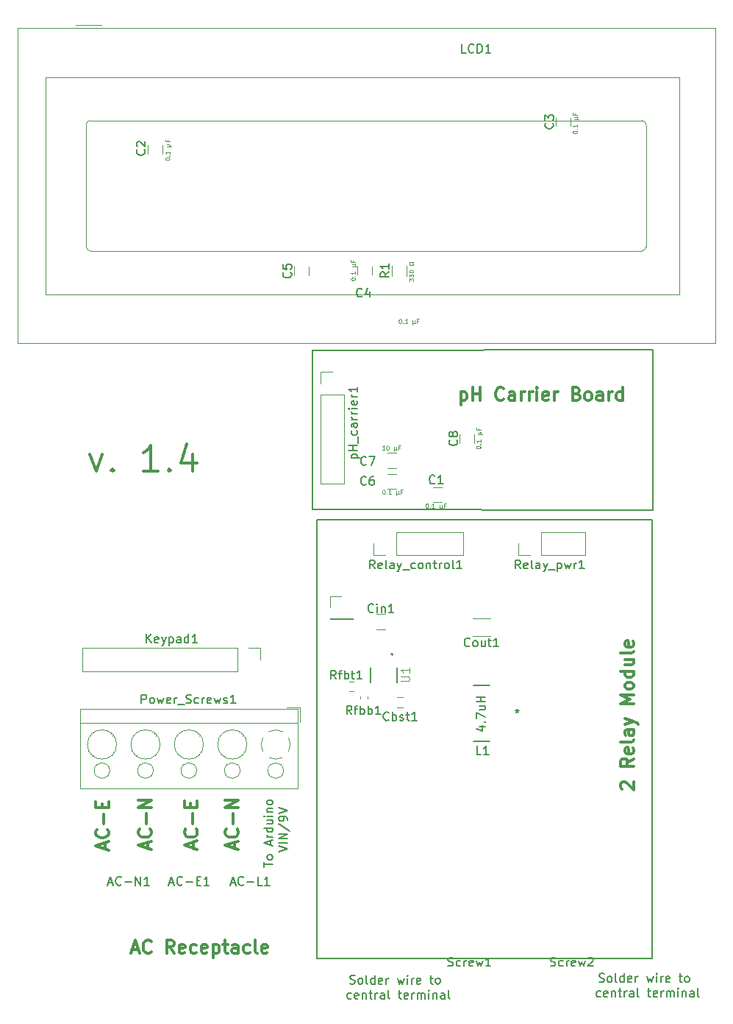
<source format=gbr>
G04 #@! TF.GenerationSoftware,KiCad,Pcbnew,5.0.2-bee76a0~70~ubuntu18.04.1*
G04 #@! TF.CreationDate,2019-03-18T17:02:54-07:00*
G04 #@! TF.ProjectId,Half_Shield,48616c66-5f53-4686-9965-6c642e6b6963,rev?*
G04 #@! TF.SameCoordinates,Original*
G04 #@! TF.FileFunction,Legend,Top*
G04 #@! TF.FilePolarity,Positive*
%FSLAX46Y46*%
G04 Gerber Fmt 4.6, Leading zero omitted, Abs format (unit mm)*
G04 Created by KiCad (PCBNEW 5.0.2-bee76a0~70~ubuntu18.04.1) date Mon 18 Mar 2019 05:02:54 PM PDT*
%MOMM*%
%LPD*%
G01*
G04 APERTURE LIST*
%ADD10C,0.125000*%
%ADD11C,0.100000*%
%ADD12C,0.200000*%
%ADD13C,0.300000*%
%ADD14C,0.127000*%
%ADD15C,0.120000*%
%ADD16C,0.152400*%
%ADD17C,0.150000*%
G04 APERTURE END LIST*
D10*
X154107390Y-81210019D02*
X154107390Y-81162400D01*
X154131200Y-81114780D01*
X154155009Y-81090971D01*
X154202628Y-81067161D01*
X154297866Y-81043352D01*
X154416914Y-81043352D01*
X154512152Y-81067161D01*
X154559771Y-81090971D01*
X154583580Y-81114780D01*
X154607390Y-81162400D01*
X154607390Y-81210019D01*
X154583580Y-81257638D01*
X154559771Y-81281447D01*
X154512152Y-81305257D01*
X154416914Y-81329066D01*
X154297866Y-81329066D01*
X154202628Y-81305257D01*
X154155009Y-81281447D01*
X154131200Y-81257638D01*
X154107390Y-81210019D01*
X154559771Y-80829066D02*
X154583580Y-80805257D01*
X154607390Y-80829066D01*
X154583580Y-80852876D01*
X154559771Y-80829066D01*
X154607390Y-80829066D01*
X154607390Y-80329066D02*
X154607390Y-80614780D01*
X154607390Y-80471923D02*
X154107390Y-80471923D01*
X154178819Y-80519542D01*
X154226438Y-80567161D01*
X154250247Y-80614780D01*
X154274057Y-79733828D02*
X154774057Y-79733828D01*
X154535961Y-79495733D02*
X154583580Y-79471923D01*
X154607390Y-79424304D01*
X154535961Y-79733828D02*
X154583580Y-79710019D01*
X154607390Y-79662400D01*
X154607390Y-79567161D01*
X154583580Y-79519542D01*
X154535961Y-79495733D01*
X154274057Y-79495733D01*
X154345485Y-79043352D02*
X154345485Y-79210019D01*
X154607390Y-79210019D02*
X154107390Y-79210019D01*
X154107390Y-78971923D01*
D11*
X165232590Y-44938819D02*
X165232590Y-44891200D01*
X165256400Y-44843580D01*
X165280209Y-44819771D01*
X165327828Y-44795961D01*
X165423066Y-44772152D01*
X165542114Y-44772152D01*
X165637352Y-44795961D01*
X165684971Y-44819771D01*
X165708780Y-44843580D01*
X165732590Y-44891200D01*
X165732590Y-44938819D01*
X165708780Y-44986438D01*
X165684971Y-45010247D01*
X165637352Y-45034057D01*
X165542114Y-45057866D01*
X165423066Y-45057866D01*
X165327828Y-45034057D01*
X165280209Y-45010247D01*
X165256400Y-44986438D01*
X165232590Y-44938819D01*
X165684971Y-44557866D02*
X165708780Y-44534057D01*
X165732590Y-44557866D01*
X165708780Y-44581676D01*
X165684971Y-44557866D01*
X165732590Y-44557866D01*
X165732590Y-44057866D02*
X165732590Y-44343580D01*
X165732590Y-44200723D02*
X165232590Y-44200723D01*
X165304019Y-44248342D01*
X165351638Y-44295961D01*
X165375447Y-44343580D01*
X165399257Y-43462628D02*
X165899257Y-43462628D01*
X165661161Y-43224533D02*
X165708780Y-43200723D01*
X165732590Y-43153104D01*
X165661161Y-43462628D02*
X165708780Y-43438819D01*
X165732590Y-43391200D01*
X165732590Y-43295961D01*
X165708780Y-43248342D01*
X165661161Y-43224533D01*
X165399257Y-43224533D01*
X165470685Y-42772152D02*
X165470685Y-42938819D01*
X165732590Y-42938819D02*
X165232590Y-42938819D01*
X165232590Y-42700723D01*
D12*
X141412933Y-83161142D02*
X141365314Y-83208761D01*
X141222457Y-83256380D01*
X141127219Y-83256380D01*
X140984361Y-83208761D01*
X140889123Y-83113523D01*
X140841504Y-83018285D01*
X140793885Y-82827809D01*
X140793885Y-82684952D01*
X140841504Y-82494476D01*
X140889123Y-82399238D01*
X140984361Y-82304000D01*
X141127219Y-82256380D01*
X141222457Y-82256380D01*
X141365314Y-82304000D01*
X141412933Y-82351619D01*
X141746266Y-82256380D02*
X142412933Y-82256380D01*
X141984361Y-83256380D01*
X141412933Y-85447142D02*
X141365314Y-85494761D01*
X141222457Y-85542380D01*
X141127219Y-85542380D01*
X140984361Y-85494761D01*
X140889123Y-85399523D01*
X140841504Y-85304285D01*
X140793885Y-85113809D01*
X140793885Y-84970952D01*
X140841504Y-84780476D01*
X140889123Y-84685238D01*
X140984361Y-84590000D01*
X141127219Y-84542380D01*
X141222457Y-84542380D01*
X141365314Y-84590000D01*
X141412933Y-84637619D01*
X142270076Y-84542380D02*
X142079600Y-84542380D01*
X141984361Y-84590000D01*
X141936742Y-84637619D01*
X141841504Y-84780476D01*
X141793885Y-84970952D01*
X141793885Y-85351904D01*
X141841504Y-85447142D01*
X141889123Y-85494761D01*
X141984361Y-85542380D01*
X142174838Y-85542380D01*
X142270076Y-85494761D01*
X142317695Y-85447142D01*
X142365314Y-85351904D01*
X142365314Y-85113809D01*
X142317695Y-85018571D01*
X142270076Y-84970952D01*
X142174838Y-84923333D01*
X141984361Y-84923333D01*
X141889123Y-84970952D01*
X141841504Y-85018571D01*
X141793885Y-85113809D01*
D11*
X143560895Y-81506190D02*
X143275180Y-81506190D01*
X143418038Y-81506190D02*
X143418038Y-81006190D01*
X143370419Y-81077619D01*
X143322800Y-81125238D01*
X143275180Y-81149047D01*
X143870419Y-81006190D02*
X143918038Y-81006190D01*
X143965657Y-81030000D01*
X143989466Y-81053809D01*
X144013276Y-81101428D01*
X144037085Y-81196666D01*
X144037085Y-81315714D01*
X144013276Y-81410952D01*
X143989466Y-81458571D01*
X143965657Y-81482380D01*
X143918038Y-81506190D01*
X143870419Y-81506190D01*
X143822800Y-81482380D01*
X143798990Y-81458571D01*
X143775180Y-81410952D01*
X143751371Y-81315714D01*
X143751371Y-81196666D01*
X143775180Y-81101428D01*
X143798990Y-81053809D01*
X143822800Y-81030000D01*
X143870419Y-81006190D01*
X144632323Y-81172857D02*
X144632323Y-81672857D01*
X144870419Y-81434761D02*
X144894228Y-81482380D01*
X144941847Y-81506190D01*
X144632323Y-81434761D02*
X144656133Y-81482380D01*
X144703752Y-81506190D01*
X144798990Y-81506190D01*
X144846609Y-81482380D01*
X144870419Y-81434761D01*
X144870419Y-81172857D01*
X145322800Y-81244285D02*
X145156133Y-81244285D01*
X145156133Y-81506190D02*
X145156133Y-81006190D01*
X145394228Y-81006190D01*
D12*
X149337733Y-85294742D02*
X149290114Y-85342361D01*
X149147257Y-85389980D01*
X149052019Y-85389980D01*
X148909161Y-85342361D01*
X148813923Y-85247123D01*
X148766304Y-85151885D01*
X148718685Y-84961409D01*
X148718685Y-84818552D01*
X148766304Y-84628076D01*
X148813923Y-84532838D01*
X148909161Y-84437600D01*
X149052019Y-84389980D01*
X149147257Y-84389980D01*
X149290114Y-84437600D01*
X149337733Y-84485219D01*
X150290114Y-85389980D02*
X149718685Y-85389980D01*
X150004400Y-85389980D02*
X150004400Y-84389980D01*
X149909161Y-84532838D01*
X149813923Y-84628076D01*
X149718685Y-84675695D01*
D13*
X109630342Y-81957942D02*
X110344628Y-83957942D01*
X111058914Y-81957942D01*
X112201771Y-83672228D02*
X112344628Y-83815085D01*
X112201771Y-83957942D01*
X112058914Y-83815085D01*
X112201771Y-83672228D01*
X112201771Y-83957942D01*
X117487485Y-83957942D02*
X115773200Y-83957942D01*
X116630342Y-83957942D02*
X116630342Y-80957942D01*
X116344628Y-81386514D01*
X116058914Y-81672228D01*
X115773200Y-81815085D01*
X118773200Y-83672228D02*
X118916057Y-83815085D01*
X118773200Y-83957942D01*
X118630342Y-83815085D01*
X118773200Y-83672228D01*
X118773200Y-83957942D01*
X121487485Y-81957942D02*
X121487485Y-83957942D01*
X120773200Y-80815085D02*
X120058914Y-82957942D01*
X121916057Y-82957942D01*
D11*
X118293390Y-48037619D02*
X118293390Y-47990000D01*
X118317200Y-47942380D01*
X118341009Y-47918571D01*
X118388628Y-47894761D01*
X118483866Y-47870952D01*
X118602914Y-47870952D01*
X118698152Y-47894761D01*
X118745771Y-47918571D01*
X118769580Y-47942380D01*
X118793390Y-47990000D01*
X118793390Y-48037619D01*
X118769580Y-48085238D01*
X118745771Y-48109047D01*
X118698152Y-48132857D01*
X118602914Y-48156666D01*
X118483866Y-48156666D01*
X118388628Y-48132857D01*
X118341009Y-48109047D01*
X118317200Y-48085238D01*
X118293390Y-48037619D01*
X118745771Y-47656666D02*
X118769580Y-47632857D01*
X118793390Y-47656666D01*
X118769580Y-47680476D01*
X118745771Y-47656666D01*
X118793390Y-47656666D01*
X118793390Y-47156666D02*
X118793390Y-47442380D01*
X118793390Y-47299523D02*
X118293390Y-47299523D01*
X118364819Y-47347142D01*
X118412438Y-47394761D01*
X118436247Y-47442380D01*
X118460057Y-46561428D02*
X118960057Y-46561428D01*
X118721961Y-46323333D02*
X118769580Y-46299523D01*
X118793390Y-46251904D01*
X118721961Y-46561428D02*
X118769580Y-46537619D01*
X118793390Y-46490000D01*
X118793390Y-46394761D01*
X118769580Y-46347142D01*
X118721961Y-46323333D01*
X118460057Y-46323333D01*
X118531485Y-45870952D02*
X118531485Y-46037619D01*
X118793390Y-46037619D02*
X118293390Y-46037619D01*
X118293390Y-45799523D01*
X139680190Y-61855219D02*
X139680190Y-61807600D01*
X139704000Y-61759980D01*
X139727809Y-61736171D01*
X139775428Y-61712361D01*
X139870666Y-61688552D01*
X139989714Y-61688552D01*
X140084952Y-61712361D01*
X140132571Y-61736171D01*
X140156380Y-61759980D01*
X140180190Y-61807600D01*
X140180190Y-61855219D01*
X140156380Y-61902838D01*
X140132571Y-61926647D01*
X140084952Y-61950457D01*
X139989714Y-61974266D01*
X139870666Y-61974266D01*
X139775428Y-61950457D01*
X139727809Y-61926647D01*
X139704000Y-61902838D01*
X139680190Y-61855219D01*
X140132571Y-61474266D02*
X140156380Y-61450457D01*
X140180190Y-61474266D01*
X140156380Y-61498076D01*
X140132571Y-61474266D01*
X140180190Y-61474266D01*
X140180190Y-60974266D02*
X140180190Y-61259980D01*
X140180190Y-61117123D02*
X139680190Y-61117123D01*
X139751619Y-61164742D01*
X139799238Y-61212361D01*
X139823047Y-61259980D01*
X139846857Y-60379028D02*
X140346857Y-60379028D01*
X140108761Y-60140933D02*
X140156380Y-60117123D01*
X140180190Y-60069504D01*
X140108761Y-60379028D02*
X140156380Y-60355219D01*
X140180190Y-60307600D01*
X140180190Y-60212361D01*
X140156380Y-60164742D01*
X140108761Y-60140933D01*
X139846857Y-60140933D01*
X139918285Y-59688552D02*
X139918285Y-59855219D01*
X140180190Y-59855219D02*
X139680190Y-59855219D01*
X139680190Y-59617123D01*
X148405980Y-87660990D02*
X148453600Y-87660990D01*
X148501219Y-87684800D01*
X148525028Y-87708609D01*
X148548838Y-87756228D01*
X148572647Y-87851466D01*
X148572647Y-87970514D01*
X148548838Y-88065752D01*
X148525028Y-88113371D01*
X148501219Y-88137180D01*
X148453600Y-88160990D01*
X148405980Y-88160990D01*
X148358361Y-88137180D01*
X148334552Y-88113371D01*
X148310742Y-88065752D01*
X148286933Y-87970514D01*
X148286933Y-87851466D01*
X148310742Y-87756228D01*
X148334552Y-87708609D01*
X148358361Y-87684800D01*
X148405980Y-87660990D01*
X148786933Y-88113371D02*
X148810742Y-88137180D01*
X148786933Y-88160990D01*
X148763123Y-88137180D01*
X148786933Y-88113371D01*
X148786933Y-88160990D01*
X149286933Y-88160990D02*
X149001219Y-88160990D01*
X149144076Y-88160990D02*
X149144076Y-87660990D01*
X149096457Y-87732419D01*
X149048838Y-87780038D01*
X149001219Y-87803847D01*
X149882171Y-87827657D02*
X149882171Y-88327657D01*
X150120266Y-88089561D02*
X150144076Y-88137180D01*
X150191695Y-88160990D01*
X149882171Y-88089561D02*
X149905980Y-88137180D01*
X149953600Y-88160990D01*
X150048838Y-88160990D01*
X150096457Y-88137180D01*
X150120266Y-88089561D01*
X150120266Y-87827657D01*
X150572647Y-87899085D02*
X150405980Y-87899085D01*
X150405980Y-88160990D02*
X150405980Y-87660990D01*
X150644076Y-87660990D01*
X143427580Y-86086190D02*
X143475200Y-86086190D01*
X143522819Y-86110000D01*
X143546628Y-86133809D01*
X143570438Y-86181428D01*
X143594247Y-86276666D01*
X143594247Y-86395714D01*
X143570438Y-86490952D01*
X143546628Y-86538571D01*
X143522819Y-86562380D01*
X143475200Y-86586190D01*
X143427580Y-86586190D01*
X143379961Y-86562380D01*
X143356152Y-86538571D01*
X143332342Y-86490952D01*
X143308533Y-86395714D01*
X143308533Y-86276666D01*
X143332342Y-86181428D01*
X143356152Y-86133809D01*
X143379961Y-86110000D01*
X143427580Y-86086190D01*
X143808533Y-86538571D02*
X143832342Y-86562380D01*
X143808533Y-86586190D01*
X143784723Y-86562380D01*
X143808533Y-86538571D01*
X143808533Y-86586190D01*
X144308533Y-86586190D02*
X144022819Y-86586190D01*
X144165676Y-86586190D02*
X144165676Y-86086190D01*
X144118057Y-86157619D01*
X144070438Y-86205238D01*
X144022819Y-86229047D01*
X144903771Y-86252857D02*
X144903771Y-86752857D01*
X145141866Y-86514761D02*
X145165676Y-86562380D01*
X145213295Y-86586190D01*
X144903771Y-86514761D02*
X144927580Y-86562380D01*
X144975200Y-86586190D01*
X145070438Y-86586190D01*
X145118057Y-86562380D01*
X145141866Y-86514761D01*
X145141866Y-86252857D01*
X145594247Y-86324285D02*
X145427580Y-86324285D01*
X145427580Y-86586190D02*
X145427580Y-86086190D01*
X145665676Y-86086190D01*
D12*
X140955733Y-63806342D02*
X140908114Y-63853961D01*
X140765257Y-63901580D01*
X140670019Y-63901580D01*
X140527161Y-63853961D01*
X140431923Y-63758723D01*
X140384304Y-63663485D01*
X140336685Y-63473009D01*
X140336685Y-63330152D01*
X140384304Y-63139676D01*
X140431923Y-63044438D01*
X140527161Y-62949200D01*
X140670019Y-62901580D01*
X140765257Y-62901580D01*
X140908114Y-62949200D01*
X140955733Y-62996819D01*
X141812876Y-63234914D02*
X141812876Y-63901580D01*
X141574780Y-62853961D02*
X141336685Y-63568247D01*
X141955733Y-63568247D01*
X144063980Y-61025066D02*
X143587790Y-61358400D01*
X144063980Y-61596495D02*
X143063980Y-61596495D01*
X143063980Y-61215542D01*
X143111600Y-61120304D01*
X143159219Y-61072685D01*
X143254457Y-61025066D01*
X143397314Y-61025066D01*
X143492552Y-61072685D01*
X143540171Y-61120304D01*
X143587790Y-61215542D01*
X143587790Y-61596495D01*
X144063980Y-60072685D02*
X144063980Y-60644114D01*
X144063980Y-60358400D02*
X143063980Y-60358400D01*
X143206838Y-60453638D01*
X143302076Y-60548876D01*
X143349695Y-60644114D01*
D11*
X145307180Y-66426590D02*
X145354800Y-66426590D01*
X145402419Y-66450400D01*
X145426228Y-66474209D01*
X145450038Y-66521828D01*
X145473847Y-66617066D01*
X145473847Y-66736114D01*
X145450038Y-66831352D01*
X145426228Y-66878971D01*
X145402419Y-66902780D01*
X145354800Y-66926590D01*
X145307180Y-66926590D01*
X145259561Y-66902780D01*
X145235752Y-66878971D01*
X145211942Y-66831352D01*
X145188133Y-66736114D01*
X145188133Y-66617066D01*
X145211942Y-66521828D01*
X145235752Y-66474209D01*
X145259561Y-66450400D01*
X145307180Y-66426590D01*
X145688133Y-66878971D02*
X145711942Y-66902780D01*
X145688133Y-66926590D01*
X145664323Y-66902780D01*
X145688133Y-66878971D01*
X145688133Y-66926590D01*
X146188133Y-66926590D02*
X145902419Y-66926590D01*
X146045276Y-66926590D02*
X146045276Y-66426590D01*
X145997657Y-66498019D01*
X145950038Y-66545638D01*
X145902419Y-66569447D01*
X146783371Y-66593257D02*
X146783371Y-67093257D01*
X147021466Y-66855161D02*
X147045276Y-66902780D01*
X147092895Y-66926590D01*
X146783371Y-66855161D02*
X146807180Y-66902780D01*
X146854800Y-66926590D01*
X146950038Y-66926590D01*
X146997657Y-66902780D01*
X147021466Y-66855161D01*
X147021466Y-66593257D01*
X147473847Y-66664685D02*
X147307180Y-66664685D01*
X147307180Y-66926590D02*
X147307180Y-66426590D01*
X147545276Y-66426590D01*
X146385790Y-62079047D02*
X146385790Y-61769523D01*
X146576266Y-61936190D01*
X146576266Y-61864761D01*
X146600076Y-61817142D01*
X146623885Y-61793333D01*
X146671504Y-61769523D01*
X146790552Y-61769523D01*
X146838171Y-61793333D01*
X146861980Y-61817142D01*
X146885790Y-61864761D01*
X146885790Y-62007619D01*
X146861980Y-62055238D01*
X146838171Y-62079047D01*
X146385790Y-61602857D02*
X146385790Y-61293333D01*
X146576266Y-61460000D01*
X146576266Y-61388571D01*
X146600076Y-61340952D01*
X146623885Y-61317142D01*
X146671504Y-61293333D01*
X146790552Y-61293333D01*
X146838171Y-61317142D01*
X146861980Y-61340952D01*
X146885790Y-61388571D01*
X146885790Y-61531428D01*
X146861980Y-61579047D01*
X146838171Y-61602857D01*
X146385790Y-60983809D02*
X146385790Y-60936190D01*
X146409600Y-60888571D01*
X146433409Y-60864761D01*
X146481028Y-60840952D01*
X146576266Y-60817142D01*
X146695314Y-60817142D01*
X146790552Y-60840952D01*
X146838171Y-60864761D01*
X146861980Y-60888571D01*
X146885790Y-60936190D01*
X146885790Y-60983809D01*
X146861980Y-61031428D01*
X146838171Y-61055238D01*
X146790552Y-61079047D01*
X146695314Y-61102857D01*
X146576266Y-61102857D01*
X146481028Y-61079047D01*
X146433409Y-61055238D01*
X146409600Y-61031428D01*
X146385790Y-60983809D01*
X146885790Y-60245714D02*
X146885790Y-60126666D01*
X146790552Y-60126666D01*
X146766742Y-60174285D01*
X146719123Y-60221904D01*
X146647695Y-60245714D01*
X146528647Y-60245714D01*
X146457219Y-60221904D01*
X146409600Y-60174285D01*
X146385790Y-60102857D01*
X146385790Y-60007619D01*
X146409600Y-59936190D01*
X146457219Y-59888571D01*
X146528647Y-59864761D01*
X146647695Y-59864761D01*
X146719123Y-59888571D01*
X146766742Y-59936190D01*
X146790552Y-59983809D01*
X146885790Y-59983809D01*
X146885790Y-59864761D01*
D13*
X111349600Y-127377485D02*
X111349600Y-126663200D01*
X111778171Y-127520342D02*
X110278171Y-127020342D01*
X111778171Y-126520342D01*
X111635314Y-125163200D02*
X111706742Y-125234628D01*
X111778171Y-125448914D01*
X111778171Y-125591771D01*
X111706742Y-125806057D01*
X111563885Y-125948914D01*
X111421028Y-126020342D01*
X111135314Y-126091771D01*
X110921028Y-126091771D01*
X110635314Y-126020342D01*
X110492457Y-125948914D01*
X110349600Y-125806057D01*
X110278171Y-125591771D01*
X110278171Y-125448914D01*
X110349600Y-125234628D01*
X110421028Y-125163200D01*
X111206742Y-124520342D02*
X111206742Y-123377485D01*
X110992457Y-122663200D02*
X110992457Y-122163200D01*
X111778171Y-121948914D02*
X111778171Y-122663200D01*
X110278171Y-122663200D01*
X110278171Y-121948914D01*
X121560400Y-127326685D02*
X121560400Y-126612400D01*
X121988971Y-127469542D02*
X120488971Y-126969542D01*
X121988971Y-126469542D01*
X121846114Y-125112400D02*
X121917542Y-125183828D01*
X121988971Y-125398114D01*
X121988971Y-125540971D01*
X121917542Y-125755257D01*
X121774685Y-125898114D01*
X121631828Y-125969542D01*
X121346114Y-126040971D01*
X121131828Y-126040971D01*
X120846114Y-125969542D01*
X120703257Y-125898114D01*
X120560400Y-125755257D01*
X120488971Y-125540971D01*
X120488971Y-125398114D01*
X120560400Y-125183828D01*
X120631828Y-125112400D01*
X121417542Y-124469542D02*
X121417542Y-123326685D01*
X121203257Y-122612400D02*
X121203257Y-122112400D01*
X121988971Y-121898114D02*
X121988971Y-122612400D01*
X120488971Y-122612400D01*
X120488971Y-121898114D01*
X126284800Y-127332228D02*
X126284800Y-126617942D01*
X126713371Y-127475085D02*
X125213371Y-126975085D01*
X126713371Y-126475085D01*
X126570514Y-125117942D02*
X126641942Y-125189371D01*
X126713371Y-125403657D01*
X126713371Y-125546514D01*
X126641942Y-125760800D01*
X126499085Y-125903657D01*
X126356228Y-125975085D01*
X126070514Y-126046514D01*
X125856228Y-126046514D01*
X125570514Y-125975085D01*
X125427657Y-125903657D01*
X125284800Y-125760800D01*
X125213371Y-125546514D01*
X125213371Y-125403657D01*
X125284800Y-125189371D01*
X125356228Y-125117942D01*
X126141942Y-124475085D02*
X126141942Y-123332228D01*
X126713371Y-122617942D02*
X125213371Y-122617942D01*
X126713371Y-121760800D01*
X125213371Y-121760800D01*
X116277200Y-127332228D02*
X116277200Y-126617942D01*
X116705771Y-127475085D02*
X115205771Y-126975085D01*
X116705771Y-126475085D01*
X116562914Y-125117942D02*
X116634342Y-125189371D01*
X116705771Y-125403657D01*
X116705771Y-125546514D01*
X116634342Y-125760800D01*
X116491485Y-125903657D01*
X116348628Y-125975085D01*
X116062914Y-126046514D01*
X115848628Y-126046514D01*
X115562914Y-125975085D01*
X115420057Y-125903657D01*
X115277200Y-125760800D01*
X115205771Y-125546514D01*
X115205771Y-125403657D01*
X115277200Y-125189371D01*
X115348628Y-125117942D01*
X116134342Y-124475085D02*
X116134342Y-123332228D01*
X116705771Y-122617942D02*
X115205771Y-122617942D01*
X116705771Y-121760800D01*
X115205771Y-121760800D01*
D12*
X129666380Y-129456914D02*
X129666380Y-128885485D01*
X130666380Y-129171200D02*
X129666380Y-129171200D01*
X130666380Y-128409295D02*
X130618761Y-128504533D01*
X130571142Y-128552152D01*
X130475904Y-128599771D01*
X130190190Y-128599771D01*
X130094952Y-128552152D01*
X130047333Y-128504533D01*
X129999714Y-128409295D01*
X129999714Y-128266438D01*
X130047333Y-128171200D01*
X130094952Y-128123580D01*
X130190190Y-128075961D01*
X130475904Y-128075961D01*
X130571142Y-128123580D01*
X130618761Y-128171200D01*
X130666380Y-128266438D01*
X130666380Y-128409295D01*
X130380666Y-126933104D02*
X130380666Y-126456914D01*
X130666380Y-127028342D02*
X129666380Y-126695009D01*
X130666380Y-126361676D01*
X130666380Y-126028342D02*
X129999714Y-126028342D01*
X130190190Y-126028342D02*
X130094952Y-125980723D01*
X130047333Y-125933104D01*
X129999714Y-125837866D01*
X129999714Y-125742628D01*
X130666380Y-124980723D02*
X129666380Y-124980723D01*
X130618761Y-124980723D02*
X130666380Y-125075961D01*
X130666380Y-125266438D01*
X130618761Y-125361676D01*
X130571142Y-125409295D01*
X130475904Y-125456914D01*
X130190190Y-125456914D01*
X130094952Y-125409295D01*
X130047333Y-125361676D01*
X129999714Y-125266438D01*
X129999714Y-125075961D01*
X130047333Y-124980723D01*
X129999714Y-124075961D02*
X130666380Y-124075961D01*
X129999714Y-124504533D02*
X130523523Y-124504533D01*
X130618761Y-124456914D01*
X130666380Y-124361676D01*
X130666380Y-124218819D01*
X130618761Y-124123580D01*
X130571142Y-124075961D01*
X130666380Y-123599771D02*
X129999714Y-123599771D01*
X129666380Y-123599771D02*
X129714000Y-123647390D01*
X129761619Y-123599771D01*
X129714000Y-123552152D01*
X129666380Y-123599771D01*
X129761619Y-123599771D01*
X129999714Y-123123580D02*
X130666380Y-123123580D01*
X130094952Y-123123580D02*
X130047333Y-123075961D01*
X129999714Y-122980723D01*
X129999714Y-122837866D01*
X130047333Y-122742628D01*
X130142571Y-122695009D01*
X130666380Y-122695009D01*
X130666380Y-122075961D02*
X130618761Y-122171200D01*
X130571142Y-122218819D01*
X130475904Y-122266438D01*
X130190190Y-122266438D01*
X130094952Y-122218819D01*
X130047333Y-122171200D01*
X129999714Y-122075961D01*
X129999714Y-121933104D01*
X130047333Y-121837866D01*
X130094952Y-121790247D01*
X130190190Y-121742628D01*
X130475904Y-121742628D01*
X130571142Y-121790247D01*
X130618761Y-121837866D01*
X130666380Y-121933104D01*
X130666380Y-122075961D01*
X131366380Y-127695009D02*
X132366380Y-127361676D01*
X131366380Y-127028342D01*
X132366380Y-126695009D02*
X131366380Y-126695009D01*
X132366380Y-126218819D02*
X131366380Y-126218819D01*
X132366380Y-125647390D01*
X131366380Y-125647390D01*
X131318761Y-124456914D02*
X132604476Y-125314057D01*
X132366380Y-124075961D02*
X132366380Y-123885485D01*
X132318761Y-123790247D01*
X132271142Y-123742628D01*
X132128285Y-123647390D01*
X131937809Y-123599771D01*
X131556857Y-123599771D01*
X131461619Y-123647390D01*
X131414000Y-123695009D01*
X131366380Y-123790247D01*
X131366380Y-123980723D01*
X131414000Y-124075961D01*
X131461619Y-124123580D01*
X131556857Y-124171200D01*
X131794952Y-124171200D01*
X131890190Y-124123580D01*
X131937809Y-124075961D01*
X131985428Y-123980723D01*
X131985428Y-123790247D01*
X131937809Y-123695009D01*
X131890190Y-123647390D01*
X131794952Y-123599771D01*
X131366380Y-123314057D02*
X132366380Y-122980723D01*
X131366380Y-122647390D01*
X139564171Y-142861561D02*
X139707028Y-142909180D01*
X139945123Y-142909180D01*
X140040361Y-142861561D01*
X140087980Y-142813942D01*
X140135600Y-142718704D01*
X140135600Y-142623466D01*
X140087980Y-142528228D01*
X140040361Y-142480609D01*
X139945123Y-142432990D01*
X139754647Y-142385371D01*
X139659409Y-142337752D01*
X139611790Y-142290133D01*
X139564171Y-142194895D01*
X139564171Y-142099657D01*
X139611790Y-142004419D01*
X139659409Y-141956800D01*
X139754647Y-141909180D01*
X139992742Y-141909180D01*
X140135600Y-141956800D01*
X140707028Y-142909180D02*
X140611790Y-142861561D01*
X140564171Y-142813942D01*
X140516552Y-142718704D01*
X140516552Y-142432990D01*
X140564171Y-142337752D01*
X140611790Y-142290133D01*
X140707028Y-142242514D01*
X140849885Y-142242514D01*
X140945123Y-142290133D01*
X140992742Y-142337752D01*
X141040361Y-142432990D01*
X141040361Y-142718704D01*
X140992742Y-142813942D01*
X140945123Y-142861561D01*
X140849885Y-142909180D01*
X140707028Y-142909180D01*
X141611790Y-142909180D02*
X141516552Y-142861561D01*
X141468933Y-142766323D01*
X141468933Y-141909180D01*
X142421314Y-142909180D02*
X142421314Y-141909180D01*
X142421314Y-142861561D02*
X142326076Y-142909180D01*
X142135600Y-142909180D01*
X142040361Y-142861561D01*
X141992742Y-142813942D01*
X141945123Y-142718704D01*
X141945123Y-142432990D01*
X141992742Y-142337752D01*
X142040361Y-142290133D01*
X142135600Y-142242514D01*
X142326076Y-142242514D01*
X142421314Y-142290133D01*
X143278457Y-142861561D02*
X143183219Y-142909180D01*
X142992742Y-142909180D01*
X142897504Y-142861561D01*
X142849885Y-142766323D01*
X142849885Y-142385371D01*
X142897504Y-142290133D01*
X142992742Y-142242514D01*
X143183219Y-142242514D01*
X143278457Y-142290133D01*
X143326076Y-142385371D01*
X143326076Y-142480609D01*
X142849885Y-142575847D01*
X143754647Y-142909180D02*
X143754647Y-142242514D01*
X143754647Y-142432990D02*
X143802266Y-142337752D01*
X143849885Y-142290133D01*
X143945123Y-142242514D01*
X144040361Y-142242514D01*
X145040361Y-142242514D02*
X145230838Y-142909180D01*
X145421314Y-142432990D01*
X145611790Y-142909180D01*
X145802266Y-142242514D01*
X146183219Y-142909180D02*
X146183219Y-142242514D01*
X146183219Y-141909180D02*
X146135600Y-141956800D01*
X146183219Y-142004419D01*
X146230838Y-141956800D01*
X146183219Y-141909180D01*
X146183219Y-142004419D01*
X146659409Y-142909180D02*
X146659409Y-142242514D01*
X146659409Y-142432990D02*
X146707028Y-142337752D01*
X146754647Y-142290133D01*
X146849885Y-142242514D01*
X146945123Y-142242514D01*
X147659409Y-142861561D02*
X147564171Y-142909180D01*
X147373695Y-142909180D01*
X147278457Y-142861561D01*
X147230838Y-142766323D01*
X147230838Y-142385371D01*
X147278457Y-142290133D01*
X147373695Y-142242514D01*
X147564171Y-142242514D01*
X147659409Y-142290133D01*
X147707028Y-142385371D01*
X147707028Y-142480609D01*
X147230838Y-142575847D01*
X148754647Y-142242514D02*
X149135600Y-142242514D01*
X148897504Y-141909180D02*
X148897504Y-142766323D01*
X148945123Y-142861561D01*
X149040361Y-142909180D01*
X149135600Y-142909180D01*
X149611790Y-142909180D02*
X149516552Y-142861561D01*
X149468933Y-142813942D01*
X149421314Y-142718704D01*
X149421314Y-142432990D01*
X149468933Y-142337752D01*
X149516552Y-142290133D01*
X149611790Y-142242514D01*
X149754647Y-142242514D01*
X149849885Y-142290133D01*
X149897504Y-142337752D01*
X149945123Y-142432990D01*
X149945123Y-142718704D01*
X149897504Y-142813942D01*
X149849885Y-142861561D01*
X149754647Y-142909180D01*
X149611790Y-142909180D01*
X139707028Y-144561561D02*
X139611790Y-144609180D01*
X139421314Y-144609180D01*
X139326076Y-144561561D01*
X139278457Y-144513942D01*
X139230838Y-144418704D01*
X139230838Y-144132990D01*
X139278457Y-144037752D01*
X139326076Y-143990133D01*
X139421314Y-143942514D01*
X139611790Y-143942514D01*
X139707028Y-143990133D01*
X140516552Y-144561561D02*
X140421314Y-144609180D01*
X140230838Y-144609180D01*
X140135600Y-144561561D01*
X140087980Y-144466323D01*
X140087980Y-144085371D01*
X140135600Y-143990133D01*
X140230838Y-143942514D01*
X140421314Y-143942514D01*
X140516552Y-143990133D01*
X140564171Y-144085371D01*
X140564171Y-144180609D01*
X140087980Y-144275847D01*
X140992742Y-143942514D02*
X140992742Y-144609180D01*
X140992742Y-144037752D02*
X141040361Y-143990133D01*
X141135600Y-143942514D01*
X141278457Y-143942514D01*
X141373695Y-143990133D01*
X141421314Y-144085371D01*
X141421314Y-144609180D01*
X141754647Y-143942514D02*
X142135600Y-143942514D01*
X141897504Y-143609180D02*
X141897504Y-144466323D01*
X141945123Y-144561561D01*
X142040361Y-144609180D01*
X142135600Y-144609180D01*
X142468933Y-144609180D02*
X142468933Y-143942514D01*
X142468933Y-144132990D02*
X142516552Y-144037752D01*
X142564171Y-143990133D01*
X142659409Y-143942514D01*
X142754647Y-143942514D01*
X143516552Y-144609180D02*
X143516552Y-144085371D01*
X143468933Y-143990133D01*
X143373695Y-143942514D01*
X143183219Y-143942514D01*
X143087980Y-143990133D01*
X143516552Y-144561561D02*
X143421314Y-144609180D01*
X143183219Y-144609180D01*
X143087980Y-144561561D01*
X143040361Y-144466323D01*
X143040361Y-144371085D01*
X143087980Y-144275847D01*
X143183219Y-144228228D01*
X143421314Y-144228228D01*
X143516552Y-144180609D01*
X144135600Y-144609180D02*
X144040361Y-144561561D01*
X143992742Y-144466323D01*
X143992742Y-143609180D01*
X145135600Y-143942514D02*
X145516552Y-143942514D01*
X145278457Y-143609180D02*
X145278457Y-144466323D01*
X145326076Y-144561561D01*
X145421314Y-144609180D01*
X145516552Y-144609180D01*
X146230838Y-144561561D02*
X146135600Y-144609180D01*
X145945123Y-144609180D01*
X145849885Y-144561561D01*
X145802266Y-144466323D01*
X145802266Y-144085371D01*
X145849885Y-143990133D01*
X145945123Y-143942514D01*
X146135600Y-143942514D01*
X146230838Y-143990133D01*
X146278457Y-144085371D01*
X146278457Y-144180609D01*
X145802266Y-144275847D01*
X146707028Y-144609180D02*
X146707028Y-143942514D01*
X146707028Y-144132990D02*
X146754647Y-144037752D01*
X146802266Y-143990133D01*
X146897504Y-143942514D01*
X146992742Y-143942514D01*
X147326076Y-144609180D02*
X147326076Y-143942514D01*
X147326076Y-144037752D02*
X147373695Y-143990133D01*
X147468933Y-143942514D01*
X147611790Y-143942514D01*
X147707028Y-143990133D01*
X147754647Y-144085371D01*
X147754647Y-144609180D01*
X147754647Y-144085371D02*
X147802266Y-143990133D01*
X147897504Y-143942514D01*
X148040361Y-143942514D01*
X148135600Y-143990133D01*
X148183219Y-144085371D01*
X148183219Y-144609180D01*
X148659409Y-144609180D02*
X148659409Y-143942514D01*
X148659409Y-143609180D02*
X148611790Y-143656800D01*
X148659409Y-143704419D01*
X148707028Y-143656800D01*
X148659409Y-143609180D01*
X148659409Y-143704419D01*
X149135600Y-143942514D02*
X149135600Y-144609180D01*
X149135600Y-144037752D02*
X149183219Y-143990133D01*
X149278457Y-143942514D01*
X149421314Y-143942514D01*
X149516552Y-143990133D01*
X149564171Y-144085371D01*
X149564171Y-144609180D01*
X150468933Y-144609180D02*
X150468933Y-144085371D01*
X150421314Y-143990133D01*
X150326076Y-143942514D01*
X150135600Y-143942514D01*
X150040361Y-143990133D01*
X150468933Y-144561561D02*
X150373695Y-144609180D01*
X150135600Y-144609180D01*
X150040361Y-144561561D01*
X149992742Y-144466323D01*
X149992742Y-144371085D01*
X150040361Y-144275847D01*
X150135600Y-144228228D01*
X150373695Y-144228228D01*
X150468933Y-144180609D01*
X151087980Y-144609180D02*
X150992742Y-144561561D01*
X150945123Y-144466323D01*
X150945123Y-143609180D01*
X168266171Y-142658361D02*
X168409028Y-142705980D01*
X168647123Y-142705980D01*
X168742361Y-142658361D01*
X168789980Y-142610742D01*
X168837600Y-142515504D01*
X168837600Y-142420266D01*
X168789980Y-142325028D01*
X168742361Y-142277409D01*
X168647123Y-142229790D01*
X168456647Y-142182171D01*
X168361409Y-142134552D01*
X168313790Y-142086933D01*
X168266171Y-141991695D01*
X168266171Y-141896457D01*
X168313790Y-141801219D01*
X168361409Y-141753600D01*
X168456647Y-141705980D01*
X168694742Y-141705980D01*
X168837600Y-141753600D01*
X169409028Y-142705980D02*
X169313790Y-142658361D01*
X169266171Y-142610742D01*
X169218552Y-142515504D01*
X169218552Y-142229790D01*
X169266171Y-142134552D01*
X169313790Y-142086933D01*
X169409028Y-142039314D01*
X169551885Y-142039314D01*
X169647123Y-142086933D01*
X169694742Y-142134552D01*
X169742361Y-142229790D01*
X169742361Y-142515504D01*
X169694742Y-142610742D01*
X169647123Y-142658361D01*
X169551885Y-142705980D01*
X169409028Y-142705980D01*
X170313790Y-142705980D02*
X170218552Y-142658361D01*
X170170933Y-142563123D01*
X170170933Y-141705980D01*
X171123314Y-142705980D02*
X171123314Y-141705980D01*
X171123314Y-142658361D02*
X171028076Y-142705980D01*
X170837600Y-142705980D01*
X170742361Y-142658361D01*
X170694742Y-142610742D01*
X170647123Y-142515504D01*
X170647123Y-142229790D01*
X170694742Y-142134552D01*
X170742361Y-142086933D01*
X170837600Y-142039314D01*
X171028076Y-142039314D01*
X171123314Y-142086933D01*
X171980457Y-142658361D02*
X171885219Y-142705980D01*
X171694742Y-142705980D01*
X171599504Y-142658361D01*
X171551885Y-142563123D01*
X171551885Y-142182171D01*
X171599504Y-142086933D01*
X171694742Y-142039314D01*
X171885219Y-142039314D01*
X171980457Y-142086933D01*
X172028076Y-142182171D01*
X172028076Y-142277409D01*
X171551885Y-142372647D01*
X172456647Y-142705980D02*
X172456647Y-142039314D01*
X172456647Y-142229790D02*
X172504266Y-142134552D01*
X172551885Y-142086933D01*
X172647123Y-142039314D01*
X172742361Y-142039314D01*
X173742361Y-142039314D02*
X173932838Y-142705980D01*
X174123314Y-142229790D01*
X174313790Y-142705980D01*
X174504266Y-142039314D01*
X174885219Y-142705980D02*
X174885219Y-142039314D01*
X174885219Y-141705980D02*
X174837600Y-141753600D01*
X174885219Y-141801219D01*
X174932838Y-141753600D01*
X174885219Y-141705980D01*
X174885219Y-141801219D01*
X175361409Y-142705980D02*
X175361409Y-142039314D01*
X175361409Y-142229790D02*
X175409028Y-142134552D01*
X175456647Y-142086933D01*
X175551885Y-142039314D01*
X175647123Y-142039314D01*
X176361409Y-142658361D02*
X176266171Y-142705980D01*
X176075695Y-142705980D01*
X175980457Y-142658361D01*
X175932838Y-142563123D01*
X175932838Y-142182171D01*
X175980457Y-142086933D01*
X176075695Y-142039314D01*
X176266171Y-142039314D01*
X176361409Y-142086933D01*
X176409028Y-142182171D01*
X176409028Y-142277409D01*
X175932838Y-142372647D01*
X177456647Y-142039314D02*
X177837600Y-142039314D01*
X177599504Y-141705980D02*
X177599504Y-142563123D01*
X177647123Y-142658361D01*
X177742361Y-142705980D01*
X177837600Y-142705980D01*
X178313790Y-142705980D02*
X178218552Y-142658361D01*
X178170933Y-142610742D01*
X178123314Y-142515504D01*
X178123314Y-142229790D01*
X178170933Y-142134552D01*
X178218552Y-142086933D01*
X178313790Y-142039314D01*
X178456647Y-142039314D01*
X178551885Y-142086933D01*
X178599504Y-142134552D01*
X178647123Y-142229790D01*
X178647123Y-142515504D01*
X178599504Y-142610742D01*
X178551885Y-142658361D01*
X178456647Y-142705980D01*
X178313790Y-142705980D01*
X168409028Y-144358361D02*
X168313790Y-144405980D01*
X168123314Y-144405980D01*
X168028076Y-144358361D01*
X167980457Y-144310742D01*
X167932838Y-144215504D01*
X167932838Y-143929790D01*
X167980457Y-143834552D01*
X168028076Y-143786933D01*
X168123314Y-143739314D01*
X168313790Y-143739314D01*
X168409028Y-143786933D01*
X169218552Y-144358361D02*
X169123314Y-144405980D01*
X168932838Y-144405980D01*
X168837600Y-144358361D01*
X168789980Y-144263123D01*
X168789980Y-143882171D01*
X168837600Y-143786933D01*
X168932838Y-143739314D01*
X169123314Y-143739314D01*
X169218552Y-143786933D01*
X169266171Y-143882171D01*
X169266171Y-143977409D01*
X168789980Y-144072647D01*
X169694742Y-143739314D02*
X169694742Y-144405980D01*
X169694742Y-143834552D02*
X169742361Y-143786933D01*
X169837600Y-143739314D01*
X169980457Y-143739314D01*
X170075695Y-143786933D01*
X170123314Y-143882171D01*
X170123314Y-144405980D01*
X170456647Y-143739314D02*
X170837600Y-143739314D01*
X170599504Y-143405980D02*
X170599504Y-144263123D01*
X170647123Y-144358361D01*
X170742361Y-144405980D01*
X170837600Y-144405980D01*
X171170933Y-144405980D02*
X171170933Y-143739314D01*
X171170933Y-143929790D02*
X171218552Y-143834552D01*
X171266171Y-143786933D01*
X171361409Y-143739314D01*
X171456647Y-143739314D01*
X172218552Y-144405980D02*
X172218552Y-143882171D01*
X172170933Y-143786933D01*
X172075695Y-143739314D01*
X171885219Y-143739314D01*
X171789980Y-143786933D01*
X172218552Y-144358361D02*
X172123314Y-144405980D01*
X171885219Y-144405980D01*
X171789980Y-144358361D01*
X171742361Y-144263123D01*
X171742361Y-144167885D01*
X171789980Y-144072647D01*
X171885219Y-144025028D01*
X172123314Y-144025028D01*
X172218552Y-143977409D01*
X172837600Y-144405980D02*
X172742361Y-144358361D01*
X172694742Y-144263123D01*
X172694742Y-143405980D01*
X173837600Y-143739314D02*
X174218552Y-143739314D01*
X173980457Y-143405980D02*
X173980457Y-144263123D01*
X174028076Y-144358361D01*
X174123314Y-144405980D01*
X174218552Y-144405980D01*
X174932838Y-144358361D02*
X174837600Y-144405980D01*
X174647123Y-144405980D01*
X174551885Y-144358361D01*
X174504266Y-144263123D01*
X174504266Y-143882171D01*
X174551885Y-143786933D01*
X174647123Y-143739314D01*
X174837600Y-143739314D01*
X174932838Y-143786933D01*
X174980457Y-143882171D01*
X174980457Y-143977409D01*
X174504266Y-144072647D01*
X175409028Y-144405980D02*
X175409028Y-143739314D01*
X175409028Y-143929790D02*
X175456647Y-143834552D01*
X175504266Y-143786933D01*
X175599504Y-143739314D01*
X175694742Y-143739314D01*
X176028076Y-144405980D02*
X176028076Y-143739314D01*
X176028076Y-143834552D02*
X176075695Y-143786933D01*
X176170933Y-143739314D01*
X176313790Y-143739314D01*
X176409028Y-143786933D01*
X176456647Y-143882171D01*
X176456647Y-144405980D01*
X176456647Y-143882171D02*
X176504266Y-143786933D01*
X176599504Y-143739314D01*
X176742361Y-143739314D01*
X176837600Y-143786933D01*
X176885219Y-143882171D01*
X176885219Y-144405980D01*
X177361409Y-144405980D02*
X177361409Y-143739314D01*
X177361409Y-143405980D02*
X177313790Y-143453600D01*
X177361409Y-143501219D01*
X177409028Y-143453600D01*
X177361409Y-143405980D01*
X177361409Y-143501219D01*
X177837600Y-143739314D02*
X177837600Y-144405980D01*
X177837600Y-143834552D02*
X177885219Y-143786933D01*
X177980457Y-143739314D01*
X178123314Y-143739314D01*
X178218552Y-143786933D01*
X178266171Y-143882171D01*
X178266171Y-144405980D01*
X179170933Y-144405980D02*
X179170933Y-143882171D01*
X179123314Y-143786933D01*
X179028076Y-143739314D01*
X178837600Y-143739314D01*
X178742361Y-143786933D01*
X179170933Y-144358361D02*
X179075695Y-144405980D01*
X178837600Y-144405980D01*
X178742361Y-144358361D01*
X178694742Y-144263123D01*
X178694742Y-144167885D01*
X178742361Y-144072647D01*
X178837600Y-144025028D01*
X179075695Y-144025028D01*
X179170933Y-143977409D01*
X179789980Y-144405980D02*
X179694742Y-144358361D01*
X179647123Y-144263123D01*
X179647123Y-143405980D01*
D13*
X114454171Y-138934000D02*
X115168457Y-138934000D01*
X114311314Y-139362571D02*
X114811314Y-137862571D01*
X115311314Y-139362571D01*
X116668457Y-139219714D02*
X116597028Y-139291142D01*
X116382742Y-139362571D01*
X116239885Y-139362571D01*
X116025600Y-139291142D01*
X115882742Y-139148285D01*
X115811314Y-139005428D01*
X115739885Y-138719714D01*
X115739885Y-138505428D01*
X115811314Y-138219714D01*
X115882742Y-138076857D01*
X116025600Y-137934000D01*
X116239885Y-137862571D01*
X116382742Y-137862571D01*
X116597028Y-137934000D01*
X116668457Y-138005428D01*
X119311314Y-139362571D02*
X118811314Y-138648285D01*
X118454171Y-139362571D02*
X118454171Y-137862571D01*
X119025600Y-137862571D01*
X119168457Y-137934000D01*
X119239885Y-138005428D01*
X119311314Y-138148285D01*
X119311314Y-138362571D01*
X119239885Y-138505428D01*
X119168457Y-138576857D01*
X119025600Y-138648285D01*
X118454171Y-138648285D01*
X120525600Y-139291142D02*
X120382742Y-139362571D01*
X120097028Y-139362571D01*
X119954171Y-139291142D01*
X119882742Y-139148285D01*
X119882742Y-138576857D01*
X119954171Y-138434000D01*
X120097028Y-138362571D01*
X120382742Y-138362571D01*
X120525600Y-138434000D01*
X120597028Y-138576857D01*
X120597028Y-138719714D01*
X119882742Y-138862571D01*
X121882742Y-139291142D02*
X121739885Y-139362571D01*
X121454171Y-139362571D01*
X121311314Y-139291142D01*
X121239885Y-139219714D01*
X121168457Y-139076857D01*
X121168457Y-138648285D01*
X121239885Y-138505428D01*
X121311314Y-138434000D01*
X121454171Y-138362571D01*
X121739885Y-138362571D01*
X121882742Y-138434000D01*
X123097028Y-139291142D02*
X122954171Y-139362571D01*
X122668457Y-139362571D01*
X122525600Y-139291142D01*
X122454171Y-139148285D01*
X122454171Y-138576857D01*
X122525600Y-138434000D01*
X122668457Y-138362571D01*
X122954171Y-138362571D01*
X123097028Y-138434000D01*
X123168457Y-138576857D01*
X123168457Y-138719714D01*
X122454171Y-138862571D01*
X123811314Y-138362571D02*
X123811314Y-139862571D01*
X123811314Y-138434000D02*
X123954171Y-138362571D01*
X124239885Y-138362571D01*
X124382742Y-138434000D01*
X124454171Y-138505428D01*
X124525600Y-138648285D01*
X124525600Y-139076857D01*
X124454171Y-139219714D01*
X124382742Y-139291142D01*
X124239885Y-139362571D01*
X123954171Y-139362571D01*
X123811314Y-139291142D01*
X124954171Y-138362571D02*
X125525600Y-138362571D01*
X125168457Y-137862571D02*
X125168457Y-139148285D01*
X125239885Y-139291142D01*
X125382742Y-139362571D01*
X125525600Y-139362571D01*
X126668457Y-139362571D02*
X126668457Y-138576857D01*
X126597028Y-138434000D01*
X126454171Y-138362571D01*
X126168457Y-138362571D01*
X126025600Y-138434000D01*
X126668457Y-139291142D02*
X126525600Y-139362571D01*
X126168457Y-139362571D01*
X126025600Y-139291142D01*
X125954171Y-139148285D01*
X125954171Y-139005428D01*
X126025600Y-138862571D01*
X126168457Y-138791142D01*
X126525600Y-138791142D01*
X126668457Y-138719714D01*
X128025600Y-139291142D02*
X127882742Y-139362571D01*
X127597028Y-139362571D01*
X127454171Y-139291142D01*
X127382742Y-139219714D01*
X127311314Y-139076857D01*
X127311314Y-138648285D01*
X127382742Y-138505428D01*
X127454171Y-138434000D01*
X127597028Y-138362571D01*
X127882742Y-138362571D01*
X128025600Y-138434000D01*
X128882742Y-139362571D02*
X128739885Y-139291142D01*
X128668457Y-139148285D01*
X128668457Y-137862571D01*
X130025600Y-139291142D02*
X129882742Y-139362571D01*
X129597028Y-139362571D01*
X129454171Y-139291142D01*
X129382742Y-139148285D01*
X129382742Y-138576857D01*
X129454171Y-138434000D01*
X129597028Y-138362571D01*
X129882742Y-138362571D01*
X130025600Y-138434000D01*
X130097028Y-138576857D01*
X130097028Y-138719714D01*
X129382742Y-138862571D01*
X170873028Y-120498914D02*
X170801600Y-120427485D01*
X170730171Y-120284628D01*
X170730171Y-119927485D01*
X170801600Y-119784628D01*
X170873028Y-119713200D01*
X171015885Y-119641771D01*
X171158742Y-119641771D01*
X171373028Y-119713200D01*
X172230171Y-120570342D01*
X172230171Y-119641771D01*
X172230171Y-116998914D02*
X171515885Y-117498914D01*
X172230171Y-117856057D02*
X170730171Y-117856057D01*
X170730171Y-117284628D01*
X170801600Y-117141771D01*
X170873028Y-117070342D01*
X171015885Y-116998914D01*
X171230171Y-116998914D01*
X171373028Y-117070342D01*
X171444457Y-117141771D01*
X171515885Y-117284628D01*
X171515885Y-117856057D01*
X172158742Y-115784628D02*
X172230171Y-115927485D01*
X172230171Y-116213200D01*
X172158742Y-116356057D01*
X172015885Y-116427485D01*
X171444457Y-116427485D01*
X171301600Y-116356057D01*
X171230171Y-116213200D01*
X171230171Y-115927485D01*
X171301600Y-115784628D01*
X171444457Y-115713200D01*
X171587314Y-115713200D01*
X171730171Y-116427485D01*
X172230171Y-114856057D02*
X172158742Y-114998914D01*
X172015885Y-115070342D01*
X170730171Y-115070342D01*
X172230171Y-113641771D02*
X171444457Y-113641771D01*
X171301600Y-113713200D01*
X171230171Y-113856057D01*
X171230171Y-114141771D01*
X171301600Y-114284628D01*
X172158742Y-113641771D02*
X172230171Y-113784628D01*
X172230171Y-114141771D01*
X172158742Y-114284628D01*
X172015885Y-114356057D01*
X171873028Y-114356057D01*
X171730171Y-114284628D01*
X171658742Y-114141771D01*
X171658742Y-113784628D01*
X171587314Y-113641771D01*
X171230171Y-113070342D02*
X172230171Y-112713200D01*
X171230171Y-112356057D02*
X172230171Y-112713200D01*
X172587314Y-112856057D01*
X172658742Y-112927485D01*
X172730171Y-113070342D01*
X172230171Y-110641771D02*
X170730171Y-110641771D01*
X171801600Y-110141771D01*
X170730171Y-109641771D01*
X172230171Y-109641771D01*
X172230171Y-108713200D02*
X172158742Y-108856057D01*
X172087314Y-108927485D01*
X171944457Y-108998914D01*
X171515885Y-108998914D01*
X171373028Y-108927485D01*
X171301600Y-108856057D01*
X171230171Y-108713200D01*
X171230171Y-108498914D01*
X171301600Y-108356057D01*
X171373028Y-108284628D01*
X171515885Y-108213200D01*
X171944457Y-108213200D01*
X172087314Y-108284628D01*
X172158742Y-108356057D01*
X172230171Y-108498914D01*
X172230171Y-108713200D01*
X172230171Y-106927485D02*
X170730171Y-106927485D01*
X172158742Y-106927485D02*
X172230171Y-107070342D01*
X172230171Y-107356057D01*
X172158742Y-107498914D01*
X172087314Y-107570342D01*
X171944457Y-107641771D01*
X171515885Y-107641771D01*
X171373028Y-107570342D01*
X171301600Y-107498914D01*
X171230171Y-107356057D01*
X171230171Y-107070342D01*
X171301600Y-106927485D01*
X171230171Y-105570342D02*
X172230171Y-105570342D01*
X171230171Y-106213200D02*
X172015885Y-106213200D01*
X172158742Y-106141771D01*
X172230171Y-105998914D01*
X172230171Y-105784628D01*
X172158742Y-105641771D01*
X172087314Y-105570342D01*
X172230171Y-104641771D02*
X172158742Y-104784628D01*
X172015885Y-104856057D01*
X170730171Y-104856057D01*
X172158742Y-103498914D02*
X172230171Y-103641771D01*
X172230171Y-103927485D01*
X172158742Y-104070342D01*
X172015885Y-104141771D01*
X171444457Y-104141771D01*
X171301600Y-104070342D01*
X171230171Y-103927485D01*
X171230171Y-103641771D01*
X171301600Y-103498914D01*
X171444457Y-103427485D01*
X171587314Y-103427485D01*
X171730171Y-104141771D01*
D12*
X135788400Y-139954000D02*
X135788400Y-89509600D01*
X174345600Y-139954000D02*
X135788400Y-139954000D01*
X174396400Y-89509600D02*
X174345600Y-139954000D01*
X135737600Y-89509600D02*
X174396400Y-89509600D01*
D13*
X152324171Y-74811771D02*
X152324171Y-76311771D01*
X152324171Y-74883200D02*
X152467028Y-74811771D01*
X152752742Y-74811771D01*
X152895600Y-74883200D01*
X152967028Y-74954628D01*
X153038457Y-75097485D01*
X153038457Y-75526057D01*
X152967028Y-75668914D01*
X152895600Y-75740342D01*
X152752742Y-75811771D01*
X152467028Y-75811771D01*
X152324171Y-75740342D01*
X153681314Y-75811771D02*
X153681314Y-74311771D01*
X153681314Y-75026057D02*
X154538457Y-75026057D01*
X154538457Y-75811771D02*
X154538457Y-74311771D01*
X157252742Y-75668914D02*
X157181314Y-75740342D01*
X156967028Y-75811771D01*
X156824171Y-75811771D01*
X156609885Y-75740342D01*
X156467028Y-75597485D01*
X156395600Y-75454628D01*
X156324171Y-75168914D01*
X156324171Y-74954628D01*
X156395600Y-74668914D01*
X156467028Y-74526057D01*
X156609885Y-74383200D01*
X156824171Y-74311771D01*
X156967028Y-74311771D01*
X157181314Y-74383200D01*
X157252742Y-74454628D01*
X158538457Y-75811771D02*
X158538457Y-75026057D01*
X158467028Y-74883200D01*
X158324171Y-74811771D01*
X158038457Y-74811771D01*
X157895600Y-74883200D01*
X158538457Y-75740342D02*
X158395600Y-75811771D01*
X158038457Y-75811771D01*
X157895600Y-75740342D01*
X157824171Y-75597485D01*
X157824171Y-75454628D01*
X157895600Y-75311771D01*
X158038457Y-75240342D01*
X158395600Y-75240342D01*
X158538457Y-75168914D01*
X159252742Y-75811771D02*
X159252742Y-74811771D01*
X159252742Y-75097485D02*
X159324171Y-74954628D01*
X159395600Y-74883200D01*
X159538457Y-74811771D01*
X159681314Y-74811771D01*
X160181314Y-75811771D02*
X160181314Y-74811771D01*
X160181314Y-75097485D02*
X160252742Y-74954628D01*
X160324171Y-74883200D01*
X160467028Y-74811771D01*
X160609885Y-74811771D01*
X161109885Y-75811771D02*
X161109885Y-74811771D01*
X161109885Y-74311771D02*
X161038457Y-74383200D01*
X161109885Y-74454628D01*
X161181314Y-74383200D01*
X161109885Y-74311771D01*
X161109885Y-74454628D01*
X162395600Y-75740342D02*
X162252742Y-75811771D01*
X161967028Y-75811771D01*
X161824171Y-75740342D01*
X161752742Y-75597485D01*
X161752742Y-75026057D01*
X161824171Y-74883200D01*
X161967028Y-74811771D01*
X162252742Y-74811771D01*
X162395600Y-74883200D01*
X162467028Y-75026057D01*
X162467028Y-75168914D01*
X161752742Y-75311771D01*
X163109885Y-75811771D02*
X163109885Y-74811771D01*
X163109885Y-75097485D02*
X163181314Y-74954628D01*
X163252742Y-74883200D01*
X163395600Y-74811771D01*
X163538457Y-74811771D01*
X165681314Y-75026057D02*
X165895600Y-75097485D01*
X165967028Y-75168914D01*
X166038457Y-75311771D01*
X166038457Y-75526057D01*
X165967028Y-75668914D01*
X165895600Y-75740342D01*
X165752742Y-75811771D01*
X165181314Y-75811771D01*
X165181314Y-74311771D01*
X165681314Y-74311771D01*
X165824171Y-74383200D01*
X165895600Y-74454628D01*
X165967028Y-74597485D01*
X165967028Y-74740342D01*
X165895600Y-74883200D01*
X165824171Y-74954628D01*
X165681314Y-75026057D01*
X165181314Y-75026057D01*
X166895600Y-75811771D02*
X166752742Y-75740342D01*
X166681314Y-75668914D01*
X166609885Y-75526057D01*
X166609885Y-75097485D01*
X166681314Y-74954628D01*
X166752742Y-74883200D01*
X166895600Y-74811771D01*
X167109885Y-74811771D01*
X167252742Y-74883200D01*
X167324171Y-74954628D01*
X167395600Y-75097485D01*
X167395600Y-75526057D01*
X167324171Y-75668914D01*
X167252742Y-75740342D01*
X167109885Y-75811771D01*
X166895600Y-75811771D01*
X168681314Y-75811771D02*
X168681314Y-75026057D01*
X168609885Y-74883200D01*
X168467028Y-74811771D01*
X168181314Y-74811771D01*
X168038457Y-74883200D01*
X168681314Y-75740342D02*
X168538457Y-75811771D01*
X168181314Y-75811771D01*
X168038457Y-75740342D01*
X167967028Y-75597485D01*
X167967028Y-75454628D01*
X168038457Y-75311771D01*
X168181314Y-75240342D01*
X168538457Y-75240342D01*
X168681314Y-75168914D01*
X169395600Y-75811771D02*
X169395600Y-74811771D01*
X169395600Y-75097485D02*
X169467028Y-74954628D01*
X169538457Y-74883200D01*
X169681314Y-74811771D01*
X169824171Y-74811771D01*
X170967028Y-75811771D02*
X170967028Y-74311771D01*
X170967028Y-75740342D02*
X170824171Y-75811771D01*
X170538457Y-75811771D01*
X170395600Y-75740342D01*
X170324171Y-75668914D01*
X170252742Y-75526057D01*
X170252742Y-75097485D01*
X170324171Y-74954628D01*
X170395600Y-74883200D01*
X170538457Y-74811771D01*
X170824171Y-74811771D01*
X170967028Y-74883200D01*
D12*
X135229600Y-88341200D02*
X135229600Y-69951600D01*
X174447200Y-88392000D02*
X135229600Y-88341200D01*
X174447200Y-69951600D02*
X174447200Y-88392000D01*
X135229600Y-70002400D02*
X174447200Y-69951600D01*
G04 #@! TO.C,U1*
X144523600Y-104976200D02*
G75*
G03X144523600Y-104976200I-100000J0D01*
G01*
D14*
X141893600Y-106496200D02*
X141893600Y-108256200D01*
X144953600Y-108256200D02*
X144953600Y-106496200D01*
D15*
G04 #@! TO.C,A_Buck_9V1*
X137252400Y-98288800D02*
X138582400Y-98288800D01*
X137252400Y-99618800D02*
X137252400Y-98288800D01*
X137252400Y-100888800D02*
X139912400Y-100888800D01*
X139912400Y-100888800D02*
X139912400Y-100948800D01*
X137252400Y-100888800D02*
X137252400Y-100948800D01*
X137252400Y-100948800D02*
X139912400Y-100948800D01*
G04 #@! TO.C,LCD1*
X101334000Y-69238100D02*
X181614000Y-69238100D01*
X181614000Y-69238100D02*
X181614000Y-32958100D01*
X181614000Y-32958100D02*
X102134000Y-32958100D01*
X101334000Y-32958100D02*
X101334000Y-69238100D01*
X101344000Y-32958100D02*
X102134000Y-32958100D01*
X107974000Y-32598100D02*
X110974000Y-32598100D01*
X109674000Y-43598100D02*
X173174000Y-43598100D01*
X109174280Y-58097420D02*
X109174280Y-44098100D01*
X173174660Y-58598100D02*
X109674000Y-58598100D01*
X173674000Y-44098100D02*
X173674000Y-58098100D01*
X173674000Y-44098100D02*
G75*
G03X173174000Y-43598100I-500000J0D01*
G01*
X173174660Y-58597800D02*
G75*
G03X173675040Y-58097420I0J500380D01*
G01*
X109174280Y-58097420D02*
G75*
G03X109674660Y-58597800I500380J0D01*
G01*
X109674660Y-43596560D02*
G75*
G03X109174280Y-44096940I0J-500380D01*
G01*
X104474000Y-38598100D02*
X177474000Y-38598100D01*
X177474000Y-38598100D02*
X177474000Y-63598100D01*
X177474000Y-63598100D02*
X104474000Y-63598100D01*
X104474000Y-63598100D02*
X104474000Y-38598100D01*
G04 #@! TO.C,Keypad1*
X129193600Y-104283200D02*
X129193600Y-105613200D01*
X127863600Y-104283200D02*
X129193600Y-104283200D01*
X126593600Y-104283200D02*
X126593600Y-106943200D01*
X126593600Y-106943200D02*
X108753600Y-106943200D01*
X126593600Y-104283200D02*
X108753600Y-104283200D01*
X108753600Y-104283200D02*
X108753600Y-106943200D01*
G04 #@! TO.C,pH_carrier1*
X136185600Y-72520500D02*
X137515600Y-72520500D01*
X136185600Y-73850500D02*
X136185600Y-72520500D01*
X138845600Y-75120500D02*
X136185600Y-75120500D01*
X138845600Y-85340500D02*
X138845600Y-75120500D01*
X136185600Y-85340500D02*
X138845600Y-85340500D01*
X136185600Y-75120500D02*
X136185600Y-85340500D01*
G04 #@! TO.C,Relay_control1*
X142281600Y-93582800D02*
X142281600Y-92252800D01*
X143611600Y-93582800D02*
X142281600Y-93582800D01*
X144881600Y-93582800D02*
X144881600Y-90922800D01*
X144881600Y-90922800D02*
X152561600Y-90922800D01*
X144881600Y-93582800D02*
X152561600Y-93582800D01*
X152561600Y-93582800D02*
X152561600Y-90922800D01*
G04 #@! TO.C,Relay_pwr1*
X166684000Y-93582800D02*
X166684000Y-90922800D01*
X161544000Y-93582800D02*
X166684000Y-93582800D01*
X161544000Y-90922800D02*
X166684000Y-90922800D01*
X161544000Y-93582800D02*
X161544000Y-90922800D01*
X160274000Y-93582800D02*
X158944000Y-93582800D01*
X158944000Y-93582800D02*
X158944000Y-92252800D01*
G04 #@! TO.C,R1*
X144357200Y-61483800D02*
X144357200Y-60283800D01*
X146117200Y-60283800D02*
X146117200Y-61483800D01*
G04 #@! TO.C,C1*
X149122000Y-87514800D02*
X150122000Y-87514800D01*
X150122000Y-85814800D02*
X149122000Y-85814800D01*
G04 #@! TO.C,C2*
X116244000Y-46408400D02*
X116244000Y-47408400D01*
X117944000Y-47408400D02*
X117944000Y-46408400D01*
G04 #@! TO.C,C3*
X163284800Y-43254800D02*
X163284800Y-44254800D01*
X164984800Y-44254800D02*
X164984800Y-43254800D01*
G04 #@! TO.C,C4*
X140424800Y-60358400D02*
X140424800Y-61358400D01*
X142124800Y-61358400D02*
X142124800Y-60358400D01*
G04 #@! TO.C,C5*
X134809600Y-61409200D02*
X134809600Y-60409200D01*
X133109600Y-60409200D02*
X133109600Y-61409200D01*
G04 #@! TO.C,C6*
X143858205Y-85940000D02*
X144858205Y-85940000D01*
X144858205Y-84240000D02*
X143858205Y-84240000D01*
G04 #@! TO.C,C7*
X143862205Y-83552400D02*
X144862205Y-83552400D01*
X144862205Y-81852400D02*
X143862205Y-81852400D01*
G04 #@! TO.C,Power_Screws1*
X133813200Y-111066800D02*
X132313200Y-111066800D01*
X133813200Y-112806800D02*
X133813200Y-111066800D01*
X112193200Y-114390800D02*
X112287200Y-114297800D01*
X109943200Y-116641800D02*
X110002200Y-116582800D01*
X112023200Y-114150800D02*
X112082200Y-114092800D01*
X109738200Y-116435800D02*
X109832200Y-116342800D01*
X117193200Y-114390800D02*
X117287200Y-114297800D01*
X114943200Y-116641800D02*
X115002200Y-116582800D01*
X117023200Y-114150800D02*
X117082200Y-114092800D01*
X114738200Y-116435800D02*
X114832200Y-116342800D01*
X122193200Y-114390800D02*
X122287200Y-114297800D01*
X119943200Y-116641800D02*
X120002200Y-116582800D01*
X122023200Y-114150800D02*
X122082200Y-114092800D01*
X119738200Y-116435800D02*
X119832200Y-116342800D01*
X127193200Y-114390800D02*
X127287200Y-114297800D01*
X124943200Y-116641800D02*
X125002200Y-116582800D01*
X127023200Y-114150800D02*
X127082200Y-114092800D01*
X124738200Y-116435800D02*
X124832200Y-116342800D01*
X108453200Y-120426800D02*
X133573200Y-120426800D01*
X108453200Y-111306800D02*
X108453200Y-120426800D01*
X133573200Y-111306800D02*
X108453200Y-111306800D01*
X133573200Y-120426800D02*
X133573200Y-111306800D01*
X133573200Y-112866800D02*
X108453200Y-112866800D01*
X111913200Y-118366800D02*
G75*
G03X111913200Y-118366800I-900000J0D01*
G01*
X112693200Y-115366800D02*
G75*
G03X112693200Y-115366800I-1680000J0D01*
G01*
X116913200Y-118366800D02*
G75*
G03X116913200Y-118366800I-900000J0D01*
G01*
X117693200Y-115366800D02*
G75*
G03X117693200Y-115366800I-1680000J0D01*
G01*
X121913200Y-118366800D02*
G75*
G03X121913200Y-118366800I-900000J0D01*
G01*
X122693200Y-115366800D02*
G75*
G03X122693200Y-115366800I-1680000J0D01*
G01*
X126913200Y-118366800D02*
G75*
G03X126913200Y-118366800I-900000J0D01*
G01*
X127693200Y-115366800D02*
G75*
G03X127693200Y-115366800I-1680000J0D01*
G01*
X131913200Y-118366800D02*
G75*
G03X131913200Y-118366800I-900000J0D01*
G01*
X130983817Y-113686350D02*
G75*
G02X131802200Y-113882800I29383J-1680450D01*
G01*
X132497153Y-114577712D02*
G75*
G02X132497200Y-116155800I-1483953J-789088D01*
G01*
X131802288Y-116850753D02*
G75*
G02X130224200Y-116850800I-789088J1483953D01*
G01*
X129529247Y-116155888D02*
G75*
G02X129529200Y-114577800I1483953J789088D01*
G01*
X130224488Y-113883448D02*
G75*
G02X131013200Y-113686800I788712J-1483352D01*
G01*
G04 #@! TO.C,C8*
X153859600Y-80678400D02*
X153859600Y-79678400D01*
X152159600Y-79678400D02*
X152159600Y-80678400D01*
G04 #@! TO.C,Cbst1*
X145700800Y-111140800D02*
X145000800Y-111140800D01*
X145000800Y-109940800D02*
X145700800Y-109940800D01*
D16*
G04 #@! TO.C,L1*
X155625319Y-108585000D02*
X153797481Y-108585000D01*
X153797481Y-115036600D02*
X155625319Y-115036600D01*
D15*
G04 #@! TO.C,Rfbb1*
X140733200Y-109862000D02*
X140733200Y-110102000D01*
X141613200Y-110102000D02*
X141613200Y-109862000D01*
G04 #@! TO.C,Rfbt1*
X139457200Y-109242000D02*
X139957200Y-109242000D01*
X139957200Y-108182000D02*
X139457200Y-108182000D01*
G04 #@! TO.C,Cin1*
X142619600Y-102094400D02*
X143619600Y-102094400D01*
X143619600Y-100394400D02*
X142619600Y-100394400D01*
G04 #@! TO.C,Cout1*
X155710000Y-100884800D02*
X153710000Y-100884800D01*
X153710000Y-102924800D02*
X155710000Y-102924800D01*
G04 #@! TO.C,U1*
D10*
X145400780Y-108087304D02*
X146210304Y-108087304D01*
X146305542Y-108039685D01*
X146353161Y-107992066D01*
X146400780Y-107896828D01*
X146400780Y-107706352D01*
X146353161Y-107611114D01*
X146305542Y-107563495D01*
X146210304Y-107515876D01*
X145400780Y-107515876D01*
X146400780Y-106515876D02*
X146400780Y-107087304D01*
X146400780Y-106801590D02*
X145400780Y-106801590D01*
X145543638Y-106896828D01*
X145638876Y-106992066D01*
X145686495Y-107087304D01*
G04 #@! TO.C,LCD1*
D17*
X152909733Y-35809180D02*
X152433542Y-35809180D01*
X152433542Y-34809180D01*
X153814495Y-35713942D02*
X153766876Y-35761561D01*
X153624019Y-35809180D01*
X153528780Y-35809180D01*
X153385923Y-35761561D01*
X153290685Y-35666323D01*
X153243066Y-35571085D01*
X153195447Y-35380609D01*
X153195447Y-35237752D01*
X153243066Y-35047276D01*
X153290685Y-34952038D01*
X153385923Y-34856800D01*
X153528780Y-34809180D01*
X153624019Y-34809180D01*
X153766876Y-34856800D01*
X153814495Y-34904419D01*
X154243066Y-35809180D02*
X154243066Y-34809180D01*
X154481161Y-34809180D01*
X154624019Y-34856800D01*
X154719257Y-34952038D01*
X154766876Y-35047276D01*
X154814495Y-35237752D01*
X154814495Y-35380609D01*
X154766876Y-35571085D01*
X154719257Y-35666323D01*
X154624019Y-35761561D01*
X154481161Y-35809180D01*
X154243066Y-35809180D01*
X155766876Y-35809180D02*
X155195447Y-35809180D01*
X155481161Y-35809180D02*
X155481161Y-34809180D01*
X155385923Y-34952038D01*
X155290685Y-35047276D01*
X155195447Y-35094895D01*
G04 #@! TO.C,Keypad1*
X116119638Y-103677980D02*
X116119638Y-102677980D01*
X116691066Y-103677980D02*
X116262495Y-103106552D01*
X116691066Y-102677980D02*
X116119638Y-103249409D01*
X117500590Y-103630361D02*
X117405352Y-103677980D01*
X117214876Y-103677980D01*
X117119638Y-103630361D01*
X117072019Y-103535123D01*
X117072019Y-103154171D01*
X117119638Y-103058933D01*
X117214876Y-103011314D01*
X117405352Y-103011314D01*
X117500590Y-103058933D01*
X117548209Y-103154171D01*
X117548209Y-103249409D01*
X117072019Y-103344647D01*
X117881542Y-103011314D02*
X118119638Y-103677980D01*
X118357733Y-103011314D02*
X118119638Y-103677980D01*
X118024400Y-103916076D01*
X117976780Y-103963695D01*
X117881542Y-104011314D01*
X118738685Y-103011314D02*
X118738685Y-104011314D01*
X118738685Y-103058933D02*
X118833923Y-103011314D01*
X119024400Y-103011314D01*
X119119638Y-103058933D01*
X119167257Y-103106552D01*
X119214876Y-103201790D01*
X119214876Y-103487504D01*
X119167257Y-103582742D01*
X119119638Y-103630361D01*
X119024400Y-103677980D01*
X118833923Y-103677980D01*
X118738685Y-103630361D01*
X120072019Y-103677980D02*
X120072019Y-103154171D01*
X120024400Y-103058933D01*
X119929161Y-103011314D01*
X119738685Y-103011314D01*
X119643447Y-103058933D01*
X120072019Y-103630361D02*
X119976780Y-103677980D01*
X119738685Y-103677980D01*
X119643447Y-103630361D01*
X119595828Y-103535123D01*
X119595828Y-103439885D01*
X119643447Y-103344647D01*
X119738685Y-103297028D01*
X119976780Y-103297028D01*
X120072019Y-103249409D01*
X120976780Y-103677980D02*
X120976780Y-102677980D01*
X120976780Y-103630361D02*
X120881542Y-103677980D01*
X120691066Y-103677980D01*
X120595828Y-103630361D01*
X120548209Y-103582742D01*
X120500590Y-103487504D01*
X120500590Y-103201790D01*
X120548209Y-103106552D01*
X120595828Y-103058933D01*
X120691066Y-103011314D01*
X120881542Y-103011314D01*
X120976780Y-103058933D01*
X121976780Y-103677980D02*
X121405352Y-103677980D01*
X121691066Y-103677980D02*
X121691066Y-102677980D01*
X121595828Y-102820838D01*
X121500590Y-102916076D01*
X121405352Y-102963695D01*
G04 #@! TO.C,pH_carrier1*
X139739714Y-82443128D02*
X140739714Y-82443128D01*
X139787333Y-82443128D02*
X139739714Y-82347890D01*
X139739714Y-82157414D01*
X139787333Y-82062176D01*
X139834952Y-82014557D01*
X139930190Y-81966938D01*
X140215904Y-81966938D01*
X140311142Y-82014557D01*
X140358761Y-82062176D01*
X140406380Y-82157414D01*
X140406380Y-82347890D01*
X140358761Y-82443128D01*
X140406380Y-81538366D02*
X139406380Y-81538366D01*
X139882571Y-81538366D02*
X139882571Y-80966938D01*
X140406380Y-80966938D02*
X139406380Y-80966938D01*
X140501619Y-80728842D02*
X140501619Y-79966938D01*
X140358761Y-79300271D02*
X140406380Y-79395509D01*
X140406380Y-79585985D01*
X140358761Y-79681223D01*
X140311142Y-79728842D01*
X140215904Y-79776461D01*
X139930190Y-79776461D01*
X139834952Y-79728842D01*
X139787333Y-79681223D01*
X139739714Y-79585985D01*
X139739714Y-79395509D01*
X139787333Y-79300271D01*
X140406380Y-78443128D02*
X139882571Y-78443128D01*
X139787333Y-78490747D01*
X139739714Y-78585985D01*
X139739714Y-78776461D01*
X139787333Y-78871700D01*
X140358761Y-78443128D02*
X140406380Y-78538366D01*
X140406380Y-78776461D01*
X140358761Y-78871700D01*
X140263523Y-78919319D01*
X140168285Y-78919319D01*
X140073047Y-78871700D01*
X140025428Y-78776461D01*
X140025428Y-78538366D01*
X139977809Y-78443128D01*
X140406380Y-77966938D02*
X139739714Y-77966938D01*
X139930190Y-77966938D02*
X139834952Y-77919319D01*
X139787333Y-77871700D01*
X139739714Y-77776461D01*
X139739714Y-77681223D01*
X140406380Y-77347890D02*
X139739714Y-77347890D01*
X139930190Y-77347890D02*
X139834952Y-77300271D01*
X139787333Y-77252652D01*
X139739714Y-77157414D01*
X139739714Y-77062176D01*
X140406380Y-76728842D02*
X139739714Y-76728842D01*
X139406380Y-76728842D02*
X139454000Y-76776461D01*
X139501619Y-76728842D01*
X139454000Y-76681223D01*
X139406380Y-76728842D01*
X139501619Y-76728842D01*
X140358761Y-75871700D02*
X140406380Y-75966938D01*
X140406380Y-76157414D01*
X140358761Y-76252652D01*
X140263523Y-76300271D01*
X139882571Y-76300271D01*
X139787333Y-76252652D01*
X139739714Y-76157414D01*
X139739714Y-75966938D01*
X139787333Y-75871700D01*
X139882571Y-75824080D01*
X139977809Y-75824080D01*
X140073047Y-76300271D01*
X140406380Y-75395509D02*
X139739714Y-75395509D01*
X139930190Y-75395509D02*
X139834952Y-75347890D01*
X139787333Y-75300271D01*
X139739714Y-75205033D01*
X139739714Y-75109795D01*
X140406380Y-74252652D02*
X140406380Y-74824080D01*
X140406380Y-74538366D02*
X139406380Y-74538366D01*
X139549238Y-74633604D01*
X139644476Y-74728842D01*
X139692095Y-74824080D01*
G04 #@! TO.C,Relay_control1*
X142402514Y-95143580D02*
X142069180Y-94667390D01*
X141831085Y-95143580D02*
X141831085Y-94143580D01*
X142212038Y-94143580D01*
X142307276Y-94191200D01*
X142354895Y-94238819D01*
X142402514Y-94334057D01*
X142402514Y-94476914D01*
X142354895Y-94572152D01*
X142307276Y-94619771D01*
X142212038Y-94667390D01*
X141831085Y-94667390D01*
X143212038Y-95095961D02*
X143116800Y-95143580D01*
X142926323Y-95143580D01*
X142831085Y-95095961D01*
X142783466Y-95000723D01*
X142783466Y-94619771D01*
X142831085Y-94524533D01*
X142926323Y-94476914D01*
X143116800Y-94476914D01*
X143212038Y-94524533D01*
X143259657Y-94619771D01*
X143259657Y-94715009D01*
X142783466Y-94810247D01*
X143831085Y-95143580D02*
X143735847Y-95095961D01*
X143688228Y-95000723D01*
X143688228Y-94143580D01*
X144640609Y-95143580D02*
X144640609Y-94619771D01*
X144592990Y-94524533D01*
X144497752Y-94476914D01*
X144307276Y-94476914D01*
X144212038Y-94524533D01*
X144640609Y-95095961D02*
X144545371Y-95143580D01*
X144307276Y-95143580D01*
X144212038Y-95095961D01*
X144164419Y-95000723D01*
X144164419Y-94905485D01*
X144212038Y-94810247D01*
X144307276Y-94762628D01*
X144545371Y-94762628D01*
X144640609Y-94715009D01*
X145021561Y-94476914D02*
X145259657Y-95143580D01*
X145497752Y-94476914D02*
X145259657Y-95143580D01*
X145164419Y-95381676D01*
X145116800Y-95429295D01*
X145021561Y-95476914D01*
X145640609Y-95238819D02*
X146402514Y-95238819D01*
X147069180Y-95095961D02*
X146973942Y-95143580D01*
X146783466Y-95143580D01*
X146688228Y-95095961D01*
X146640609Y-95048342D01*
X146592990Y-94953104D01*
X146592990Y-94667390D01*
X146640609Y-94572152D01*
X146688228Y-94524533D01*
X146783466Y-94476914D01*
X146973942Y-94476914D01*
X147069180Y-94524533D01*
X147640609Y-95143580D02*
X147545371Y-95095961D01*
X147497752Y-95048342D01*
X147450133Y-94953104D01*
X147450133Y-94667390D01*
X147497752Y-94572152D01*
X147545371Y-94524533D01*
X147640609Y-94476914D01*
X147783466Y-94476914D01*
X147878704Y-94524533D01*
X147926323Y-94572152D01*
X147973942Y-94667390D01*
X147973942Y-94953104D01*
X147926323Y-95048342D01*
X147878704Y-95095961D01*
X147783466Y-95143580D01*
X147640609Y-95143580D01*
X148402514Y-94476914D02*
X148402514Y-95143580D01*
X148402514Y-94572152D02*
X148450133Y-94524533D01*
X148545371Y-94476914D01*
X148688228Y-94476914D01*
X148783466Y-94524533D01*
X148831085Y-94619771D01*
X148831085Y-95143580D01*
X149164419Y-94476914D02*
X149545371Y-94476914D01*
X149307276Y-94143580D02*
X149307276Y-95000723D01*
X149354895Y-95095961D01*
X149450133Y-95143580D01*
X149545371Y-95143580D01*
X149878704Y-95143580D02*
X149878704Y-94476914D01*
X149878704Y-94667390D02*
X149926323Y-94572152D01*
X149973942Y-94524533D01*
X150069180Y-94476914D01*
X150164419Y-94476914D01*
X150640609Y-95143580D02*
X150545371Y-95095961D01*
X150497752Y-95048342D01*
X150450133Y-94953104D01*
X150450133Y-94667390D01*
X150497752Y-94572152D01*
X150545371Y-94524533D01*
X150640609Y-94476914D01*
X150783466Y-94476914D01*
X150878704Y-94524533D01*
X150926323Y-94572152D01*
X150973942Y-94667390D01*
X150973942Y-94953104D01*
X150926323Y-95048342D01*
X150878704Y-95095961D01*
X150783466Y-95143580D01*
X150640609Y-95143580D01*
X151545371Y-95143580D02*
X151450133Y-95095961D01*
X151402514Y-95000723D01*
X151402514Y-94143580D01*
X152450133Y-95143580D02*
X151878704Y-95143580D01*
X152164419Y-95143580D02*
X152164419Y-94143580D01*
X152069180Y-94286438D01*
X151973942Y-94381676D01*
X151878704Y-94429295D01*
G04 #@! TO.C,Relay_pwr1*
X159202857Y-95143580D02*
X158869523Y-94667390D01*
X158631428Y-95143580D02*
X158631428Y-94143580D01*
X159012380Y-94143580D01*
X159107619Y-94191200D01*
X159155238Y-94238819D01*
X159202857Y-94334057D01*
X159202857Y-94476914D01*
X159155238Y-94572152D01*
X159107619Y-94619771D01*
X159012380Y-94667390D01*
X158631428Y-94667390D01*
X160012380Y-95095961D02*
X159917142Y-95143580D01*
X159726666Y-95143580D01*
X159631428Y-95095961D01*
X159583809Y-95000723D01*
X159583809Y-94619771D01*
X159631428Y-94524533D01*
X159726666Y-94476914D01*
X159917142Y-94476914D01*
X160012380Y-94524533D01*
X160060000Y-94619771D01*
X160060000Y-94715009D01*
X159583809Y-94810247D01*
X160631428Y-95143580D02*
X160536190Y-95095961D01*
X160488571Y-95000723D01*
X160488571Y-94143580D01*
X161440952Y-95143580D02*
X161440952Y-94619771D01*
X161393333Y-94524533D01*
X161298095Y-94476914D01*
X161107619Y-94476914D01*
X161012380Y-94524533D01*
X161440952Y-95095961D02*
X161345714Y-95143580D01*
X161107619Y-95143580D01*
X161012380Y-95095961D01*
X160964761Y-95000723D01*
X160964761Y-94905485D01*
X161012380Y-94810247D01*
X161107619Y-94762628D01*
X161345714Y-94762628D01*
X161440952Y-94715009D01*
X161821904Y-94476914D02*
X162060000Y-95143580D01*
X162298095Y-94476914D02*
X162060000Y-95143580D01*
X161964761Y-95381676D01*
X161917142Y-95429295D01*
X161821904Y-95476914D01*
X162440952Y-95238819D02*
X163202857Y-95238819D01*
X163440952Y-94476914D02*
X163440952Y-95476914D01*
X163440952Y-94524533D02*
X163536190Y-94476914D01*
X163726666Y-94476914D01*
X163821904Y-94524533D01*
X163869523Y-94572152D01*
X163917142Y-94667390D01*
X163917142Y-94953104D01*
X163869523Y-95048342D01*
X163821904Y-95095961D01*
X163726666Y-95143580D01*
X163536190Y-95143580D01*
X163440952Y-95095961D01*
X164250476Y-94476914D02*
X164440952Y-95143580D01*
X164631428Y-94667390D01*
X164821904Y-95143580D01*
X165012380Y-94476914D01*
X165393333Y-95143580D02*
X165393333Y-94476914D01*
X165393333Y-94667390D02*
X165440952Y-94572152D01*
X165488571Y-94524533D01*
X165583809Y-94476914D01*
X165679047Y-94476914D01*
X166536190Y-95143580D02*
X165964761Y-95143580D01*
X166250476Y-95143580D02*
X166250476Y-94143580D01*
X166155238Y-94286438D01*
X166060000Y-94381676D01*
X165964761Y-94429295D01*
G04 #@! TO.C,AC-E1*
X118770685Y-131274666D02*
X119246876Y-131274666D01*
X118675447Y-131560380D02*
X119008780Y-130560380D01*
X119342114Y-131560380D01*
X120246876Y-131465142D02*
X120199257Y-131512761D01*
X120056400Y-131560380D01*
X119961161Y-131560380D01*
X119818304Y-131512761D01*
X119723066Y-131417523D01*
X119675447Y-131322285D01*
X119627828Y-131131809D01*
X119627828Y-130988952D01*
X119675447Y-130798476D01*
X119723066Y-130703238D01*
X119818304Y-130608000D01*
X119961161Y-130560380D01*
X120056400Y-130560380D01*
X120199257Y-130608000D01*
X120246876Y-130655619D01*
X120675447Y-131179428D02*
X121437352Y-131179428D01*
X121913542Y-131036571D02*
X122246876Y-131036571D01*
X122389733Y-131560380D02*
X121913542Y-131560380D01*
X121913542Y-130560380D01*
X122389733Y-130560380D01*
X123342114Y-131560380D02*
X122770685Y-131560380D01*
X123056400Y-131560380D02*
X123056400Y-130560380D01*
X122961161Y-130703238D01*
X122865923Y-130798476D01*
X122770685Y-130846095D01*
G04 #@! TO.C,AC-L1*
X125828704Y-131274666D02*
X126304895Y-131274666D01*
X125733466Y-131560380D02*
X126066800Y-130560380D01*
X126400133Y-131560380D01*
X127304895Y-131465142D02*
X127257276Y-131512761D01*
X127114419Y-131560380D01*
X127019180Y-131560380D01*
X126876323Y-131512761D01*
X126781085Y-131417523D01*
X126733466Y-131322285D01*
X126685847Y-131131809D01*
X126685847Y-130988952D01*
X126733466Y-130798476D01*
X126781085Y-130703238D01*
X126876323Y-130608000D01*
X127019180Y-130560380D01*
X127114419Y-130560380D01*
X127257276Y-130608000D01*
X127304895Y-130655619D01*
X127733466Y-131179428D02*
X128495371Y-131179428D01*
X129447752Y-131560380D02*
X128971561Y-131560380D01*
X128971561Y-130560380D01*
X130304895Y-131560380D02*
X129733466Y-131560380D01*
X130019180Y-131560380D02*
X130019180Y-130560380D01*
X129923942Y-130703238D01*
X129828704Y-130798476D01*
X129733466Y-130846095D01*
G04 #@! TO.C,AC-N1*
X111739657Y-131274666D02*
X112215847Y-131274666D01*
X111644419Y-131560380D02*
X111977752Y-130560380D01*
X112311085Y-131560380D01*
X113215847Y-131465142D02*
X113168228Y-131512761D01*
X113025371Y-131560380D01*
X112930133Y-131560380D01*
X112787276Y-131512761D01*
X112692038Y-131417523D01*
X112644419Y-131322285D01*
X112596800Y-131131809D01*
X112596800Y-130988952D01*
X112644419Y-130798476D01*
X112692038Y-130703238D01*
X112787276Y-130608000D01*
X112930133Y-130560380D01*
X113025371Y-130560380D01*
X113168228Y-130608000D01*
X113215847Y-130655619D01*
X113644419Y-131179428D02*
X114406323Y-131179428D01*
X114882514Y-131560380D02*
X114882514Y-130560380D01*
X115453942Y-131560380D01*
X115453942Y-130560380D01*
X116453942Y-131560380D02*
X115882514Y-131560380D01*
X116168228Y-131560380D02*
X116168228Y-130560380D01*
X116072990Y-130703238D01*
X115977752Y-130798476D01*
X115882514Y-130846095D01*
G04 #@! TO.C,Screw1*
X150862019Y-140811561D02*
X151004876Y-140859180D01*
X151242971Y-140859180D01*
X151338209Y-140811561D01*
X151385828Y-140763942D01*
X151433447Y-140668704D01*
X151433447Y-140573466D01*
X151385828Y-140478228D01*
X151338209Y-140430609D01*
X151242971Y-140382990D01*
X151052495Y-140335371D01*
X150957257Y-140287752D01*
X150909638Y-140240133D01*
X150862019Y-140144895D01*
X150862019Y-140049657D01*
X150909638Y-139954419D01*
X150957257Y-139906800D01*
X151052495Y-139859180D01*
X151290590Y-139859180D01*
X151433447Y-139906800D01*
X152290590Y-140811561D02*
X152195352Y-140859180D01*
X152004876Y-140859180D01*
X151909638Y-140811561D01*
X151862019Y-140763942D01*
X151814400Y-140668704D01*
X151814400Y-140382990D01*
X151862019Y-140287752D01*
X151909638Y-140240133D01*
X152004876Y-140192514D01*
X152195352Y-140192514D01*
X152290590Y-140240133D01*
X152719161Y-140859180D02*
X152719161Y-140192514D01*
X152719161Y-140382990D02*
X152766780Y-140287752D01*
X152814400Y-140240133D01*
X152909638Y-140192514D01*
X153004876Y-140192514D01*
X153719161Y-140811561D02*
X153623923Y-140859180D01*
X153433447Y-140859180D01*
X153338209Y-140811561D01*
X153290590Y-140716323D01*
X153290590Y-140335371D01*
X153338209Y-140240133D01*
X153433447Y-140192514D01*
X153623923Y-140192514D01*
X153719161Y-140240133D01*
X153766780Y-140335371D01*
X153766780Y-140430609D01*
X153290590Y-140525847D01*
X154100114Y-140192514D02*
X154290590Y-140859180D01*
X154481066Y-140382990D01*
X154671542Y-140859180D01*
X154862019Y-140192514D01*
X155766780Y-140859180D02*
X155195352Y-140859180D01*
X155481066Y-140859180D02*
X155481066Y-139859180D01*
X155385828Y-140002038D01*
X155290590Y-140097276D01*
X155195352Y-140144895D01*
G04 #@! TO.C,Screw2*
X162647619Y-140811561D02*
X162790476Y-140859180D01*
X163028571Y-140859180D01*
X163123809Y-140811561D01*
X163171428Y-140763942D01*
X163219047Y-140668704D01*
X163219047Y-140573466D01*
X163171428Y-140478228D01*
X163123809Y-140430609D01*
X163028571Y-140382990D01*
X162838095Y-140335371D01*
X162742857Y-140287752D01*
X162695238Y-140240133D01*
X162647619Y-140144895D01*
X162647619Y-140049657D01*
X162695238Y-139954419D01*
X162742857Y-139906800D01*
X162838095Y-139859180D01*
X163076190Y-139859180D01*
X163219047Y-139906800D01*
X164076190Y-140811561D02*
X163980952Y-140859180D01*
X163790476Y-140859180D01*
X163695238Y-140811561D01*
X163647619Y-140763942D01*
X163600000Y-140668704D01*
X163600000Y-140382990D01*
X163647619Y-140287752D01*
X163695238Y-140240133D01*
X163790476Y-140192514D01*
X163980952Y-140192514D01*
X164076190Y-140240133D01*
X164504761Y-140859180D02*
X164504761Y-140192514D01*
X164504761Y-140382990D02*
X164552380Y-140287752D01*
X164600000Y-140240133D01*
X164695238Y-140192514D01*
X164790476Y-140192514D01*
X165504761Y-140811561D02*
X165409523Y-140859180D01*
X165219047Y-140859180D01*
X165123809Y-140811561D01*
X165076190Y-140716323D01*
X165076190Y-140335371D01*
X165123809Y-140240133D01*
X165219047Y-140192514D01*
X165409523Y-140192514D01*
X165504761Y-140240133D01*
X165552380Y-140335371D01*
X165552380Y-140430609D01*
X165076190Y-140525847D01*
X165885714Y-140192514D02*
X166076190Y-140859180D01*
X166266666Y-140382990D01*
X166457142Y-140859180D01*
X166647619Y-140192514D01*
X166980952Y-139954419D02*
X167028571Y-139906800D01*
X167123809Y-139859180D01*
X167361904Y-139859180D01*
X167457142Y-139906800D01*
X167504761Y-139954419D01*
X167552380Y-140049657D01*
X167552380Y-140144895D01*
X167504761Y-140287752D01*
X166933333Y-140859180D01*
X167552380Y-140859180D01*
G04 #@! TO.C,C2*
X115876342Y-46953466D02*
X115923961Y-47001085D01*
X115971580Y-47143942D01*
X115971580Y-47239180D01*
X115923961Y-47382038D01*
X115828723Y-47477276D01*
X115733485Y-47524895D01*
X115543009Y-47572514D01*
X115400152Y-47572514D01*
X115209676Y-47524895D01*
X115114438Y-47477276D01*
X115019200Y-47382038D01*
X114971580Y-47239180D01*
X114971580Y-47143942D01*
X115019200Y-47001085D01*
X115066819Y-46953466D01*
X115066819Y-46572514D02*
X115019200Y-46524895D01*
X114971580Y-46429657D01*
X114971580Y-46191561D01*
X115019200Y-46096323D01*
X115066819Y-46048704D01*
X115162057Y-46001085D01*
X115257295Y-46001085D01*
X115400152Y-46048704D01*
X115971580Y-46620133D01*
X115971580Y-46001085D01*
G04 #@! TO.C,C3*
X162917142Y-43905466D02*
X162964761Y-43953085D01*
X163012380Y-44095942D01*
X163012380Y-44191180D01*
X162964761Y-44334038D01*
X162869523Y-44429276D01*
X162774285Y-44476895D01*
X162583809Y-44524514D01*
X162440952Y-44524514D01*
X162250476Y-44476895D01*
X162155238Y-44429276D01*
X162060000Y-44334038D01*
X162012380Y-44191180D01*
X162012380Y-44095942D01*
X162060000Y-43953085D01*
X162107619Y-43905466D01*
X162012380Y-43572133D02*
X162012380Y-42953085D01*
X162393333Y-43286419D01*
X162393333Y-43143561D01*
X162440952Y-43048323D01*
X162488571Y-43000704D01*
X162583809Y-42953085D01*
X162821904Y-42953085D01*
X162917142Y-43000704D01*
X162964761Y-43048323D01*
X163012380Y-43143561D01*
X163012380Y-43429276D01*
X162964761Y-43524514D01*
X162917142Y-43572133D01*
G04 #@! TO.C,C5*
X132741942Y-61075866D02*
X132789561Y-61123485D01*
X132837180Y-61266342D01*
X132837180Y-61361580D01*
X132789561Y-61504438D01*
X132694323Y-61599676D01*
X132599085Y-61647295D01*
X132408609Y-61694914D01*
X132265752Y-61694914D01*
X132075276Y-61647295D01*
X131980038Y-61599676D01*
X131884800Y-61504438D01*
X131837180Y-61361580D01*
X131837180Y-61266342D01*
X131884800Y-61123485D01*
X131932419Y-61075866D01*
X131837180Y-60171104D02*
X131837180Y-60647295D01*
X132313371Y-60694914D01*
X132265752Y-60647295D01*
X132218133Y-60552057D01*
X132218133Y-60313961D01*
X132265752Y-60218723D01*
X132313371Y-60171104D01*
X132408609Y-60123485D01*
X132646704Y-60123485D01*
X132741942Y-60171104D01*
X132789561Y-60218723D01*
X132837180Y-60313961D01*
X132837180Y-60552057D01*
X132789561Y-60647295D01*
X132741942Y-60694914D01*
G04 #@! TO.C,Power_Screws1*
X115550038Y-110637580D02*
X115550038Y-109637580D01*
X115930990Y-109637580D01*
X116026228Y-109685200D01*
X116073847Y-109732819D01*
X116121466Y-109828057D01*
X116121466Y-109970914D01*
X116073847Y-110066152D01*
X116026228Y-110113771D01*
X115930990Y-110161390D01*
X115550038Y-110161390D01*
X116692895Y-110637580D02*
X116597657Y-110589961D01*
X116550038Y-110542342D01*
X116502419Y-110447104D01*
X116502419Y-110161390D01*
X116550038Y-110066152D01*
X116597657Y-110018533D01*
X116692895Y-109970914D01*
X116835752Y-109970914D01*
X116930990Y-110018533D01*
X116978609Y-110066152D01*
X117026228Y-110161390D01*
X117026228Y-110447104D01*
X116978609Y-110542342D01*
X116930990Y-110589961D01*
X116835752Y-110637580D01*
X116692895Y-110637580D01*
X117359561Y-109970914D02*
X117550038Y-110637580D01*
X117740514Y-110161390D01*
X117930990Y-110637580D01*
X118121466Y-109970914D01*
X118883371Y-110589961D02*
X118788133Y-110637580D01*
X118597657Y-110637580D01*
X118502419Y-110589961D01*
X118454800Y-110494723D01*
X118454800Y-110113771D01*
X118502419Y-110018533D01*
X118597657Y-109970914D01*
X118788133Y-109970914D01*
X118883371Y-110018533D01*
X118930990Y-110113771D01*
X118930990Y-110209009D01*
X118454800Y-110304247D01*
X119359561Y-110637580D02*
X119359561Y-109970914D01*
X119359561Y-110161390D02*
X119407180Y-110066152D01*
X119454800Y-110018533D01*
X119550038Y-109970914D01*
X119645276Y-109970914D01*
X119740514Y-110732819D02*
X120502419Y-110732819D01*
X120692895Y-110589961D02*
X120835752Y-110637580D01*
X121073847Y-110637580D01*
X121169085Y-110589961D01*
X121216704Y-110542342D01*
X121264323Y-110447104D01*
X121264323Y-110351866D01*
X121216704Y-110256628D01*
X121169085Y-110209009D01*
X121073847Y-110161390D01*
X120883371Y-110113771D01*
X120788133Y-110066152D01*
X120740514Y-110018533D01*
X120692895Y-109923295D01*
X120692895Y-109828057D01*
X120740514Y-109732819D01*
X120788133Y-109685200D01*
X120883371Y-109637580D01*
X121121466Y-109637580D01*
X121264323Y-109685200D01*
X122121466Y-110589961D02*
X122026228Y-110637580D01*
X121835752Y-110637580D01*
X121740514Y-110589961D01*
X121692895Y-110542342D01*
X121645276Y-110447104D01*
X121645276Y-110161390D01*
X121692895Y-110066152D01*
X121740514Y-110018533D01*
X121835752Y-109970914D01*
X122026228Y-109970914D01*
X122121466Y-110018533D01*
X122550038Y-110637580D02*
X122550038Y-109970914D01*
X122550038Y-110161390D02*
X122597657Y-110066152D01*
X122645276Y-110018533D01*
X122740514Y-109970914D01*
X122835752Y-109970914D01*
X123550038Y-110589961D02*
X123454800Y-110637580D01*
X123264323Y-110637580D01*
X123169085Y-110589961D01*
X123121466Y-110494723D01*
X123121466Y-110113771D01*
X123169085Y-110018533D01*
X123264323Y-109970914D01*
X123454800Y-109970914D01*
X123550038Y-110018533D01*
X123597657Y-110113771D01*
X123597657Y-110209009D01*
X123121466Y-110304247D01*
X123930990Y-109970914D02*
X124121466Y-110637580D01*
X124311942Y-110161390D01*
X124502419Y-110637580D01*
X124692895Y-109970914D01*
X125026228Y-110589961D02*
X125121466Y-110637580D01*
X125311942Y-110637580D01*
X125407180Y-110589961D01*
X125454800Y-110494723D01*
X125454800Y-110447104D01*
X125407180Y-110351866D01*
X125311942Y-110304247D01*
X125169085Y-110304247D01*
X125073847Y-110256628D01*
X125026228Y-110161390D01*
X125026228Y-110113771D01*
X125073847Y-110018533D01*
X125169085Y-109970914D01*
X125311942Y-109970914D01*
X125407180Y-110018533D01*
X126407180Y-110637580D02*
X125835752Y-110637580D01*
X126121466Y-110637580D02*
X126121466Y-109637580D01*
X126026228Y-109780438D01*
X125930990Y-109875676D01*
X125835752Y-109923295D01*
G04 #@! TO.C,C8*
X151866742Y-80345066D02*
X151914361Y-80392685D01*
X151961980Y-80535542D01*
X151961980Y-80630780D01*
X151914361Y-80773638D01*
X151819123Y-80868876D01*
X151723885Y-80916495D01*
X151533409Y-80964114D01*
X151390552Y-80964114D01*
X151200076Y-80916495D01*
X151104838Y-80868876D01*
X151009600Y-80773638D01*
X150961980Y-80630780D01*
X150961980Y-80535542D01*
X151009600Y-80392685D01*
X151057219Y-80345066D01*
X151390552Y-79773638D02*
X151342933Y-79868876D01*
X151295314Y-79916495D01*
X151200076Y-79964114D01*
X151152457Y-79964114D01*
X151057219Y-79916495D01*
X151009600Y-79868876D01*
X150961980Y-79773638D01*
X150961980Y-79583161D01*
X151009600Y-79487923D01*
X151057219Y-79440304D01*
X151152457Y-79392685D01*
X151200076Y-79392685D01*
X151295314Y-79440304D01*
X151342933Y-79487923D01*
X151390552Y-79583161D01*
X151390552Y-79773638D01*
X151438171Y-79868876D01*
X151485790Y-79916495D01*
X151581028Y-79964114D01*
X151771504Y-79964114D01*
X151866742Y-79916495D01*
X151914361Y-79868876D01*
X151961980Y-79773638D01*
X151961980Y-79583161D01*
X151914361Y-79487923D01*
X151866742Y-79440304D01*
X151771504Y-79392685D01*
X151581028Y-79392685D01*
X151485790Y-79440304D01*
X151438171Y-79487923D01*
X151390552Y-79583161D01*
G04 #@! TO.C,Cbst1*
X144029276Y-112523542D02*
X143981657Y-112571161D01*
X143838800Y-112618780D01*
X143743561Y-112618780D01*
X143600704Y-112571161D01*
X143505466Y-112475923D01*
X143457847Y-112380685D01*
X143410228Y-112190209D01*
X143410228Y-112047352D01*
X143457847Y-111856876D01*
X143505466Y-111761638D01*
X143600704Y-111666400D01*
X143743561Y-111618780D01*
X143838800Y-111618780D01*
X143981657Y-111666400D01*
X144029276Y-111714019D01*
X144457847Y-112618780D02*
X144457847Y-111618780D01*
X144457847Y-111999733D02*
X144553085Y-111952114D01*
X144743561Y-111952114D01*
X144838800Y-111999733D01*
X144886419Y-112047352D01*
X144934038Y-112142590D01*
X144934038Y-112428304D01*
X144886419Y-112523542D01*
X144838800Y-112571161D01*
X144743561Y-112618780D01*
X144553085Y-112618780D01*
X144457847Y-112571161D01*
X145314990Y-112571161D02*
X145410228Y-112618780D01*
X145600704Y-112618780D01*
X145695942Y-112571161D01*
X145743561Y-112475923D01*
X145743561Y-112428304D01*
X145695942Y-112333066D01*
X145600704Y-112285447D01*
X145457847Y-112285447D01*
X145362609Y-112237828D01*
X145314990Y-112142590D01*
X145314990Y-112094971D01*
X145362609Y-111999733D01*
X145457847Y-111952114D01*
X145600704Y-111952114D01*
X145695942Y-111999733D01*
X146029276Y-111952114D02*
X146410228Y-111952114D01*
X146172133Y-111618780D02*
X146172133Y-112475923D01*
X146219752Y-112571161D01*
X146314990Y-112618780D01*
X146410228Y-112618780D01*
X147267371Y-112618780D02*
X146695942Y-112618780D01*
X146981657Y-112618780D02*
X146981657Y-111618780D01*
X146886419Y-111761638D01*
X146791180Y-111856876D01*
X146695942Y-111904495D01*
G04 #@! TO.C,L1*
X154671733Y-116530380D02*
X154195542Y-116530380D01*
X154195542Y-115530380D01*
X155528876Y-116530380D02*
X154957447Y-116530380D01*
X155243161Y-116530380D02*
X155243161Y-115530380D01*
X155147923Y-115673238D01*
X155052685Y-115768476D01*
X154957447Y-115816095D01*
X154497114Y-113310800D02*
X155163780Y-113310800D01*
X154116161Y-113548895D02*
X154830447Y-113786990D01*
X154830447Y-113167942D01*
X155068542Y-112786990D02*
X155116161Y-112739371D01*
X155163780Y-112786990D01*
X155116161Y-112834609D01*
X155068542Y-112786990D01*
X155163780Y-112786990D01*
X154163780Y-112406038D02*
X154163780Y-111739371D01*
X155163780Y-112167942D01*
X154497114Y-110929847D02*
X155163780Y-110929847D01*
X154497114Y-111358419D02*
X155020923Y-111358419D01*
X155116161Y-111310800D01*
X155163780Y-111215561D01*
X155163780Y-111072704D01*
X155116161Y-110977466D01*
X155068542Y-110929847D01*
X155163780Y-110453657D02*
X154163780Y-110453657D01*
X154639971Y-110453657D02*
X154639971Y-109882228D01*
X155163780Y-109882228D02*
X154163780Y-109882228D01*
X158826200Y-111263180D02*
X158826200Y-111501276D01*
X158588104Y-111406038D02*
X158826200Y-111501276D01*
X159064295Y-111406038D01*
X158683342Y-111691752D02*
X158826200Y-111501276D01*
X158969057Y-111691752D01*
G04 #@! TO.C,Rfbb1*
X139765257Y-111907580D02*
X139431923Y-111431390D01*
X139193828Y-111907580D02*
X139193828Y-110907580D01*
X139574780Y-110907580D01*
X139670019Y-110955200D01*
X139717638Y-111002819D01*
X139765257Y-111098057D01*
X139765257Y-111240914D01*
X139717638Y-111336152D01*
X139670019Y-111383771D01*
X139574780Y-111431390D01*
X139193828Y-111431390D01*
X140050971Y-111240914D02*
X140431923Y-111240914D01*
X140193828Y-111907580D02*
X140193828Y-111050438D01*
X140241447Y-110955200D01*
X140336685Y-110907580D01*
X140431923Y-110907580D01*
X140765257Y-111907580D02*
X140765257Y-110907580D01*
X140765257Y-111288533D02*
X140860495Y-111240914D01*
X141050971Y-111240914D01*
X141146209Y-111288533D01*
X141193828Y-111336152D01*
X141241447Y-111431390D01*
X141241447Y-111717104D01*
X141193828Y-111812342D01*
X141146209Y-111859961D01*
X141050971Y-111907580D01*
X140860495Y-111907580D01*
X140765257Y-111859961D01*
X141670019Y-111907580D02*
X141670019Y-110907580D01*
X141670019Y-111288533D02*
X141765257Y-111240914D01*
X141955733Y-111240914D01*
X142050971Y-111288533D01*
X142098590Y-111336152D01*
X142146209Y-111431390D01*
X142146209Y-111717104D01*
X142098590Y-111812342D01*
X142050971Y-111859961D01*
X141955733Y-111907580D01*
X141765257Y-111907580D01*
X141670019Y-111859961D01*
X143098590Y-111907580D02*
X142527161Y-111907580D01*
X142812876Y-111907580D02*
X142812876Y-110907580D01*
X142717638Y-111050438D01*
X142622400Y-111145676D01*
X142527161Y-111193295D01*
G04 #@! TO.C,Rfbt1*
X137950723Y-107843580D02*
X137617390Y-107367390D01*
X137379295Y-107843580D02*
X137379295Y-106843580D01*
X137760247Y-106843580D01*
X137855485Y-106891200D01*
X137903104Y-106938819D01*
X137950723Y-107034057D01*
X137950723Y-107176914D01*
X137903104Y-107272152D01*
X137855485Y-107319771D01*
X137760247Y-107367390D01*
X137379295Y-107367390D01*
X138236438Y-107176914D02*
X138617390Y-107176914D01*
X138379295Y-107843580D02*
X138379295Y-106986438D01*
X138426914Y-106891200D01*
X138522152Y-106843580D01*
X138617390Y-106843580D01*
X138950723Y-107843580D02*
X138950723Y-106843580D01*
X138950723Y-107224533D02*
X139045961Y-107176914D01*
X139236438Y-107176914D01*
X139331676Y-107224533D01*
X139379295Y-107272152D01*
X139426914Y-107367390D01*
X139426914Y-107653104D01*
X139379295Y-107748342D01*
X139331676Y-107795961D01*
X139236438Y-107843580D01*
X139045961Y-107843580D01*
X138950723Y-107795961D01*
X139712628Y-107176914D02*
X140093580Y-107176914D01*
X139855485Y-106843580D02*
X139855485Y-107700723D01*
X139903104Y-107795961D01*
X139998342Y-107843580D01*
X140093580Y-107843580D01*
X140950723Y-107843580D02*
X140379295Y-107843580D01*
X140665009Y-107843580D02*
X140665009Y-106843580D01*
X140569771Y-106986438D01*
X140474533Y-107081676D01*
X140379295Y-107129295D01*
G04 #@! TO.C,Cin1*
X142262457Y-100101542D02*
X142214838Y-100149161D01*
X142071980Y-100196780D01*
X141976742Y-100196780D01*
X141833885Y-100149161D01*
X141738647Y-100053923D01*
X141691028Y-99958685D01*
X141643409Y-99768209D01*
X141643409Y-99625352D01*
X141691028Y-99434876D01*
X141738647Y-99339638D01*
X141833885Y-99244400D01*
X141976742Y-99196780D01*
X142071980Y-99196780D01*
X142214838Y-99244400D01*
X142262457Y-99292019D01*
X142691028Y-100196780D02*
X142691028Y-99530114D01*
X142691028Y-99196780D02*
X142643409Y-99244400D01*
X142691028Y-99292019D01*
X142738647Y-99244400D01*
X142691028Y-99196780D01*
X142691028Y-99292019D01*
X143167219Y-99530114D02*
X143167219Y-100196780D01*
X143167219Y-99625352D02*
X143214838Y-99577733D01*
X143310076Y-99530114D01*
X143452933Y-99530114D01*
X143548171Y-99577733D01*
X143595790Y-99672971D01*
X143595790Y-100196780D01*
X144595790Y-100196780D02*
X144024361Y-100196780D01*
X144310076Y-100196780D02*
X144310076Y-99196780D01*
X144214838Y-99339638D01*
X144119600Y-99434876D01*
X144024361Y-99482495D01*
G04 #@! TO.C,Cout1*
X153352857Y-104011942D02*
X153305238Y-104059561D01*
X153162380Y-104107180D01*
X153067142Y-104107180D01*
X152924285Y-104059561D01*
X152829047Y-103964323D01*
X152781428Y-103869085D01*
X152733809Y-103678609D01*
X152733809Y-103535752D01*
X152781428Y-103345276D01*
X152829047Y-103250038D01*
X152924285Y-103154800D01*
X153067142Y-103107180D01*
X153162380Y-103107180D01*
X153305238Y-103154800D01*
X153352857Y-103202419D01*
X153924285Y-104107180D02*
X153829047Y-104059561D01*
X153781428Y-104011942D01*
X153733809Y-103916704D01*
X153733809Y-103630990D01*
X153781428Y-103535752D01*
X153829047Y-103488133D01*
X153924285Y-103440514D01*
X154067142Y-103440514D01*
X154162380Y-103488133D01*
X154210000Y-103535752D01*
X154257619Y-103630990D01*
X154257619Y-103916704D01*
X154210000Y-104011942D01*
X154162380Y-104059561D01*
X154067142Y-104107180D01*
X153924285Y-104107180D01*
X155114761Y-103440514D02*
X155114761Y-104107180D01*
X154686190Y-103440514D02*
X154686190Y-103964323D01*
X154733809Y-104059561D01*
X154829047Y-104107180D01*
X154971904Y-104107180D01*
X155067142Y-104059561D01*
X155114761Y-104011942D01*
X155448095Y-103440514D02*
X155829047Y-103440514D01*
X155590952Y-103107180D02*
X155590952Y-103964323D01*
X155638571Y-104059561D01*
X155733809Y-104107180D01*
X155829047Y-104107180D01*
X156686190Y-104107180D02*
X156114761Y-104107180D01*
X156400476Y-104107180D02*
X156400476Y-103107180D01*
X156305238Y-103250038D01*
X156210000Y-103345276D01*
X156114761Y-103392895D01*
G04 #@! TD*
M02*

</source>
